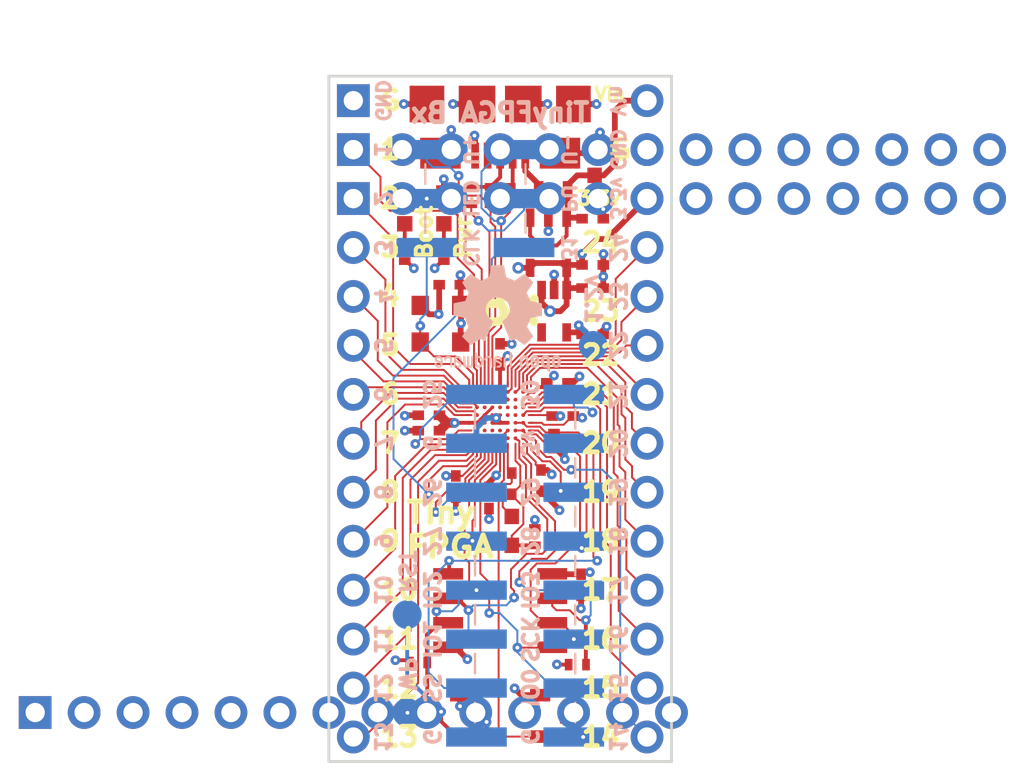
<source format=kicad_pcb>
(kicad_pcb (version 20221018) (generator pcbnew)
  (layers (0 "F.Cu" signal) (1 "In1.Cu" power) (2 "In2.Cu" power) (31 "B.Cu" signal) (34 "B.Paste" user) (35 "F.Paste" user) (36 "B.SilkS" user "B.Silkscreen") (37 "F.SilkS" user "F.Silkscreen") (38 "B.Mask" user) (39 "F.Mask" user) (44 "Edge.Cuts" user))
  (net 0 "")
  (net 1 "CDONE")
  (net 2 "VPP_FAST")
  (net 3 "224")
  (net 4 "221")
  (net 5 "185")
  (net 6 "174")
  (net 7 "116")
  (net 8 "3A")
  (net 9 "3B")
  (net 10 "148")
  (net 11 "10A")
  (net 12 "212")
  (net 13 "115")
  (net 14 "119")
  (net 15 "10B")
  (net 16 "24B")
  (net 17 "26A")
  (net 18 "24A")
  (net 19 "81_GBIN5")
  (net 20 "54")
  (net 21 "26B")
  (net 22 "55")
  (net 23 "177")
  (net 24 "Net-(J3-Pad1)")
  (net 25 "Net-(J3-Pad2)")
  (net 26 "Net-(J3-Pad3)")
  (net 27 "Net-(J3-Pad4)")
  (net 28 "Net-(U4-Pad4)")
  (net 29 "+5V")
  (net 30 "CLK")
  (net 31 "+1V2")
  (net 32 "SCK")
  (net 33 "CRESET_B")
  (net 34 "SDI")
  (net 35 "SS")
  (net 36 "GND")
  (net 37 "+3V3")
  (net 38 "SDO")
  (net 39 "USB_P")
  (net 40 "USB_N")
  (net 41 "Net-(C6-Pad1)")
  (net 42 "Net-(C6-Pad2)")
  (net 43 "Net-(U1-PadF3)")
  (net 44 "Net-(U1-PadC3)")
  (net 45 "Net-(U1-PadC4)")
  (net 46 "Net-(U1-PadC5)")
  (net 47 "Net-(U1-PadD3)")
  (net 48 "Net-(U1-PadD7)")
  (net 49 "Net-(U1-PadE7)")
  (net 50 "USB_PU")
  (net 51 "2A")
  (net 52 "13A")
  (net 53 "183")
  (net 54 "7A")
  (net 55 "180")
  (net 56 "170")
  (net 57 "141")
  (net 58 "111")
  (net 59 "LED")
  (net 60 "140")
  (net 61 "110")
  (net 62 "57")
  (net 63 "112")
  (net 64 "70")
  (net 65 "109")
  (net 66 "Net-(D1-Pad1)")
  (net 67 "Net-(D2-Pad1)")
  (net 68 "82")
  (net 69 "Net-(U1-PadG5)")
  (net 70 "56")
  (footprint "tinyfpga:CM81" (layer "F.Cu") (at 151.13 114.114)
    (fp_text reference "U1")
    (fp_text value "iCE40-LP8K-CM81")
  )
  (footprint "Pin_Headers:Pin_Header_Straight_1x14_Pitch2.54mm" (layer "F.Cu") (at 143.516 97.7991)
    (fp_text reference "J1" hide)
    (fp_text value "CONN_01X14" hide)
  )
  (footprint "Pin_Headers:Pin_Header_Straight_1x14_Pitch2.54mm" (layer "F.Cu") (at 158.756 97.7991)
    (fp_text reference "J2" hide)
    (fp_text value "CONN_01X14" hide)
  )
  (footprint "Connectors_Molex:USB_Micro-B_Molex_47346-0001" (layer "F.Cu") (at 151.136 97.9731 180)
    (fp_text reference "J3")
    (fp_text value "USB_OTG")
  )
  (footprint "tinyfpga:PTS_810_SMT_Switch" (layer "F.Cu") (at 151.136 129.7231)
    (fp_text reference "SW1")
    (fp_text value "SW_Push" hide)
  )
  (footprint "tinyfpga:SC-70-C5" (layer "F.Cu") (at 153.636 105.1731)
    (fp_text reference "U2")
    (fp_text value "MIC5504-3.3YM5-TR")
  )
  (footprint "tinyfpga:CDFN3225-4LD-PL-1" (layer "F.Cu") (at 148.039614 109.364854 180)
    (fp_text reference "U3")
    (fp_text value "DSC6001CI2A-016.0000T")
  )
  (footprint "tinyfpga:SC-70-C5" (layer "F.Cu") (at 153.936 108.7231)
    (fp_text reference "U4")
    (fp_text value "MIC5365-1.2YC5-TR")
  )
  (footprint "Housings_SOIC:SOIC-8_3.9x4.9mm_Pitch1.27mm" (layer "F.Cu") (at 151.136 124.2581)
    (fp_text reference "U5")
    (fp_text value "AT25SF081-SSHD-B")
  )
  (footprint "Capacitors_SMD:C_0402_NoSilk" (layer "F.Cu") (at 155.936 103.9231)
    (fp_text reference "C1")
    (fp_text value "1uF")
  )
  (footprint "Capacitors_SMD:C_0402_NoSilk" (layer "F.Cu") (at 155.936 107.5231)
    (fp_text reference "C2")
    (fp_text value "1uF")
  )
  (footprint "Capacitors_SMD:C_0402_NoSilk" (layer "F.Cu") (at 155.936 109.9231)
    (fp_text reference "C3")
    (fp_text value "1uF")
  )
  (footprint "Capacitors_SMD:C_0402_NoSilk" (layer "F.Cu") (at 155.936 106.3231)
    (fp_text reference "C4")
    (fp_text value "1uF")
  )
  (footprint "Inductors_SMD:L_0603" (layer "F.Cu") (at 153.886 102.4231 180)
    (fp_text reference "L1")
    (fp_text value "Bead")
  )
  (footprint "Resistors_SMD:R_0402_NoSilk" (layer "F.Cu") (at 149.636 102.7231 -90)
    (fp_text reference "R1")
    (fp_text value "1.5k")
  )
  (footprint "Resistors_SMD:R_0402_NoSilk" (layer "F.Cu") (at 150.636 102.7231 90)
    (fp_text reference "R2")
    (fp_text value "68")
  )
  (footprint "Resistors_SMD:R_0402_NoSilk" (layer "F.Cu") (at 151.636 102.7231 90)
    (fp_text reference "R3")
    (fp_text value "68")
  )
  (footprint "Capacitors_SMD:C_0402_NoSilk" (layer "F.Cu") (at 155.336 122.9231 -90)
    (fp_text reference "C5")
    (fp_text value "100nF")
  )
  (footprint "Capacitors_SMD:C_0603" (layer "F.Cu") (at 151.736 120.1231 -90)
    (fp_text reference "C6")
    (fp_text value "10uF")
  )
  (footprint "Capacitors_SMD:C_0402_NoSilk" (layer "F.Cu") (at 151.736 117.6731 -90)
    (fp_text reference "C7")
    (fp_text value "100nF")
  )
  (footprint "Capacitors_SMD:C_0402_NoSilk" (layer "F.Cu") (at 148.836 117.8231 -90)
    (fp_text reference "C8")
    (fp_text value "100nF")
  )
  (footprint "Resistors_SMD:R_0402_NoSilk" (layer "F.Cu") (at 152.936 120.4231 90)
    (fp_text reference "R4")
    (fp_text value "100")
  )
  (footprint "Capacitors_SMD:C_0402_NoSilk" (layer "F.Cu") (at 153.255 117.514 -90)
    (fp_text reference "C9")
    (fp_text value "100nF")
  )
  (footprint "Capacitors_SMD:C_0402_NoSilk" (layer "F.Cu") (at 148.5198 107.3495 180)
    (fp_text reference "C10")
    (fp_text value "100nF")
  )
  (footprint "Capacitors_SMD:C_0402_NoSilk" (layer "F.Cu") (at 147.436 114.1231 180)
    (fp_text reference "C11")
    (fp_text value "100nF")
  )
  (footprint "Capacitors_SMD:C_0402_NoSilk" (layer "F.Cu") (at 147.436 114.9231 180)
    (fp_text reference "C12")
    (fp_text value "10nF")
  )
  (footprint "Capacitors_SMD:C_0402_NoSilk" (layer "F.Cu") (at 154.38 114.164)
    (fp_text reference "C13")
    (fp_text value "10nF")
  )
  (footprint "Capacitors_SMD:C_0402_NoSilk" (layer "F.Cu") (at 154.105 112.439)
    (fp_text reference "C14")
    (fp_text value "10nF")
  )
  (footprint "Capacitors_SMD:C_0402_NoSilk" (layer "F.Cu") (at 151.13 110.964 90)
    (fp_text reference "C15")
    (fp_text value "10nF")
  )
  (footprint "Resistors_SMD:R_0402_NoSilk" (layer "F.Cu") (at 153.93 115.464 90)
    (fp_text reference "R5")
    (fp_text value "10k")
  )
  (footprint "Capacitors_SMD:C_0402_NoSilk" (layer "F.Cu") (at 150.555 118.414 -90)
    (fp_text reference "C16")
    (fp_text value "100nF")
  )
  (footprint "Resistors_SMD:R_0402" (layer "F.Cu") (at 154.536 130.3731 -90)
    (fp_text reference "R6")
    (fp_text value "R")
  )
  (footprint "Capacitors_SMD:C_0603" (layer "F.Cu") (at 156.036 100.9231 90)
    (fp_text reference "C17")
    (fp_text value "10uF")
  )
  (footprint "Resistors_SMD:R_0402_NoSilk" (layer "F.Cu") (at 146.9 126.954)
    (fp_text reference "R7")
    (fp_text value "10k")
  )
  (footprint "LEDs:LED_0603" (layer "F.Cu") (at 148.215 103.3871 90)
    (fp_text reference "D1" hide)
    (fp_text value "LED_Small")
  )
  (footprint "LEDs:LED_0603" (layer "F.Cu") (at 146.183 103.3871 90)
    (fp_text reference "D2" hide)
    (fp_text value "LED_Small")
  )
  (footprint "Resistors_SMD:R_0402_NoSilk" (layer "F.Cu") (at 148.215 105.6731 -90)
    (fp_text reference "R8" hide)
    (fp_text value "270")
  )
  (footprint "Resistors_SMD:R_0402_NoSilk" (layer "F.Cu") (at 146.183 105.6731 -90)
    (fp_text reference "R9" hide)
    (fp_text value "270")
  )
  (footprint "Resistors_SMD:R_0402_NoSilk" (layer "F.Cu") (at 155.14 127.064)
    (fp_text reference "R10" hide)
    (fp_text value "10k")
  )
  (footprint "Pin_Headers:Pin_Header_Straight_1x14_Pitch2.54mm" (layer "F.Cu") (at 127.006 129.5491 90)
    (fp_text reference "J1" hide)
    (fp_text value "CONN_01X14" hide)
  )
  (footprint "Pin_Headers:Pin_Header_Straight_1x14_Pitch2.54mm" (layer "F.Cu") (at 143.516 100.3391 90)
    (fp_text reference "J1" hide)
    (fp_text value "CONN_01X14" hide)
  )
  (footprint "Pin_Headers:Pin_Header_Straight_1x14_Pitch2.54mm" (layer "F.Cu") (at 143.516 102.8791 90)
    (fp_text reference "J1" hide)
    (fp_text value "CONN_01X14" hide)
  )
  (footprint "Measurement_Points:Measurement_Point_Round-SMD-Pad_Small" (layer "B.Cu") (at 146.31 129.5491)
    (fp_text reference "TP1")
    (fp_text value "TEST")
  )
  (footprint "Measurement_Points:Measurement_Point_Round-SMD-Pad_Small" (layer "B.Cu") (at 146.31 124.4691)
    (fp_text reference "TP2")
    (fp_text value "TEST")
  )
  (footprint "Pin_Headers:Pin_Header_Straight_2x08_Pitch2.54mm_SMD" (layer "B.Cu") (at 152.431 121.9291 180)
    (fp_text reference "J4" hide)
    (fp_text value "Conn_02x08_Odd_Even" hide)
  )
  (footprint "Pin_Headers:Pin_Header_Straight_2x03_Pitch2.54mm_SMD" (layer "B.Cu") (at 149.851 102.8791)
    (fp_text reference "J5" hide)
    (fp_text value "Conn_02x03_Odd_Even")
  )
  (footprint "Symbols:OSHW-Logo2_7.3x6mm_SilkScreen" (layer "B.Cu") (at 151.009 109.1021 180)
    (fp_text reference "REF***" hide)
    (fp_text value "OSHW-Logo2_7.3x6mm_SilkScreen" hide)
  )
  (footprint "Measurement_Points:Measurement_Point_Round-SMD-Pad_Small" (layer "B.Cu") (at 155.962 110.4991)
    (fp_text reference "TP3" hide)
    (fp_text value "TEST")
  )
  (gr_line (start 142.246 96.5291) (end 160.026 96.5291) (stroke (width 0.15)) (layer "Edge.Cuts"))
  (gr_line (start 160.026 132.0891) (end 142.246 132.0891) (stroke (width 0.15)) (layer "Edge.Cuts"))
  (gr_line (start 142.246 132.0891) (end 142.246 96.5291) (stroke (width 0.15)) (layer "Edge.Cuts"))
  (gr_line (start 160.026 96.5291) (end 160.026 132.0891) (stroke (width 0.15)) (layer "Edge.Cuts"))
  (gr_text "14" (at 157.232 130.8191 270) (layer "B.SilkS") (effects (font (size 0.8 0.8) (thickness 0.2)) (justify mirror)))
  (gr_text "15" (at 157.232 128.2791 270) (layer "B.SilkS") (effects (font (size 0.8 0.8) (thickness 0.2)) (justify mirror)))
  (gr_text "16" (at 157.232 125.7391 270) (layer "B.SilkS") (effects (font (size 0.8 0.8) (thickness 0.2)) (justify mirror)))
  (gr_text "17" (at 157.232 123.1991 270) (layer "B.SilkS") (effects (font (size 0.8 0.8) (thickness 0.2)) (justify mirror)))
  (gr_text "18" (at 157.232 120.6591 270) (layer "B.SilkS") (effects (font (size 0.8 0.8) (thickness 0.2)) (justify mirror)))
  (gr_text "19" (at 157.232 118.1191 270) (layer "B.SilkS") (effects (font (size 0.8 0.8) (thickness 0.2)) (justify mirror)))
  (gr_text "20" (at 157.232 115.5791 270) (layer "B.SilkS") (effects (font (size 0.8 0.8) (thickness 0.2)) (justify mirror)))
  (gr_text "21" (at 157.232 113.0391 270) (layer "B.SilkS") (effects (font (size 0.8 0.8) (thickness 0.2)) (justify mirror)))
  (gr_text "22" (at 157.232 110.4991 270) (layer "B.SilkS") (effects (font (size 0.8 0.8) (thickness 0.2)) (justify mirror)))
  (gr_text "23" (at 157.232 107.9591 270) (layer "B.SilkS") (effects (font (size 0.8 0.8) (thickness 0.2)) (justify mirror)))
  (gr_text "24" (at 157.232 105.4191 270) (layer "B.SilkS") (effects (font (size 0.8 0.8) (thickness 0.2)) (justify mirror)))
  (gr_text "13" (at 145.04 130.8191 270) (layer "B.SilkS") (effects (font (size 0.8 0.8) (thickness 0.2)) (justify mirror)))
  (gr_text "12" (at 145.04 128.2791 270) (layer "B.SilkS") (effects (font (size 0.8 0.8) (thickness 0.2)) (justify mirror)))
  (gr_text "11" (at 145.04 125.7391 270) (layer "B.SilkS") (effects (font (size 0.8 0.8) (thickness 0.2)) (justify mirror)))
  (gr_text "10" (at 145.04 123.1991 270) (layer "B.SilkS") (effects (font (size 0.8 0.8) (thickness 0.2)) (justify mirror)))
  (gr_text "9" (at 145.04 120.6591 270) (layer "B.SilkS") (effects (font (size 0.8 0.8) (thickness 0.2)) (justify mirror)))
  (gr_text "8" (at 145.04 118.1191 270) (layer "B.SilkS") (effects (font (size 0.8 0.8) (thickness 0.2)) (justify mirror)))
  (gr_text "7" (at 145.04 115.5791 270) (layer "B.SilkS") (effects (font (size 0.8 0.8) (thickness 0.2)) (justify mirror)))
  (gr_text "6" (at 145.04 113.0391 270) (layer "B.SilkS") (effects (font (size 0.8 0.8) (thickness 0.2)) (justify mirror)))
  (gr_text "5" (at 145.04 110.4991 270) (layer "B.SilkS") (effects (font (size 0.8 0.8) (thickness 0.2)) (justify mirror)))
  (gr_text "4" (at 145.04 107.9591 270) (layer "B.SilkS") (effects (font (size 0.8 0.8) (thickness 0.2)) (justify mirror)))
  (gr_text "3" (at 145.04 105.4191 270) (layer "B.SilkS") (effects (font (size 0.8 0.8) (thickness 0.2)) (justify mirror)))
  (gr_text "2" (at 145.04 102.8791 270) (layer "B.SilkS") (effects (font (size 0.8 0.8) (thickness 0.2)) (justify mirror)))
  (gr_text "1" (at 145.04 100.3391 270) (layer "B.SilkS") (effects (font (size 0.8 0.8) (thickness 0.2)) (justify mirror)))
  (gr_text "25" (at 147.58 113.0391 270) (layer "B.SilkS") (effects (font (size 0.8 0.8) (thickness 0.2)) (justify mirror)))
  (gr_text "26" (at 147.58 118.1191 270) (layer "B.SilkS") (effects (font (size 0.8 0.8) (thickness 0.2)) (justify mirror)))
  (gr_text "27" (at 147.58 120.6591 270) (layer "B.SilkS") (effects (font (size 0.8 0.8) (thickness 0.2)) (justify mirror)))
  (gr_text "IO2" (at 147.58 123.1991 270) (layer "B.SilkS") (effects (font (size 0.8 0.8) (thickness 0.2)) (justify mirror)))
  (gr_text "IO1" (at 147.58 125.7391 270) (layer "B.SilkS") (effects (font (size 0.8 0.8) (thickness 0.2)) (justify mirror)))
  (gr_text "SS" (at 147.58 128.2791 270) (layer "B.SilkS") (effects (font (size 0.8 0.8) (thickness 0.2)) (justify mirror)))
  (gr_text "3v" (at 152.66 115.5791 270) (layer "B.SilkS") (effects (font (size 0.8 0.8) (thickness 0.2)) (justify mirror)))
  (gr_text "G" (at 147.58 130.8191 270) (layer "B.SilkS") (effects (font (size 0.8 0.8) (thickness 0.2)) (justify mirror)))
  (gr_text "G" (at 152.66 130.8191 270) (layer "B.SilkS") (effects (font (size 0.8 0.8) (thickness 0.2)) (justify mirror)))
  (gr_text "SCK" (at 152.66 125.7391 270) (layer "B.SilkS") (effects (font (size 0.8 0.8) (thickness 0.2)) (justify mirror)))
  (gr_text "IO3" (at 152.66 123.1991 270) (layer "B.SilkS") (effects (font (size 0.8 0.8) (thickness 0.2)) (justify mirror)))
  (gr_text "28" (at 152.66 120.6591 270) (layer "B.SilkS") (effects (font (size 0.8 0.8) (thickness 0.2)) (justify mirror)))
  (gr_text "29" (at 152.66 118.1191 270) (layer "B.SilkS") (effects (font (size 0.8 0.8) (thickness 0.2)) (justify mirror)))
  (gr_text "30" (at 152.66 113.0391 270) (layer "B.SilkS") (effects (font (size 0.8 0.8) (thickness 0.2)) (justify mirror)))
  (gr_text "3.3v" (at 157.232 102.8791 270) (layer "B.SilkS") (effects (font (size 0.7 0.7) (thickness 0.175)) (justify mirror)))
  (gr_text "GND" (at 157.232 100.3391 270) (layer "B.SilkS") (effects (font (size 0.7 0.7) (thickness 0.175)) (justify mirror)))
  (gr_text "Vin" (at 157.232 97.7991 270) (layer "B.SilkS") (effects (font (size 0.7 0.7) (thickness 0.175)) (justify mirror)))
  (gr_text "GND" (at 145.04 97.7991 270) (layer "B.SilkS") (effects (font (size 0.7 0.7) (thickness 0.175)) (justify mirror)))
  (gr_text "U+" (at 149.612 100.3391 270) (layer "B.SilkS") (effects (font (size 0.7 0.7) (thickness 0.175)) (justify mirror)))
  (gr_text "LED" (at 149.612 102.8791 270) (layer "B.SilkS") (effects (font (size 0.7 0.7) (thickness 0.175)) (justify mirror)))
  (gr_text "U-" (at 154.692 100.3391 270) (layer "B.SilkS") (effects (font (size 0.7 0.7) (thickness 0.175)) (justify mirror)))
  (gr_text "PU" (at 154.692 102.8791 270) (layer "B.SilkS") (effects (font (size 0.7 0.7) (thickness 0.175)) (justify mirror)))
  (gr_text "TinyFPGA Bx" (at 151.13 98.439) (layer "B.SilkS") (effects (font (size 1 1) (thickness 0.25)) (justify mirror)))
  (gr_text "WP" (at 146.31 128.5331 270) (layer "B.SilkS") (effects (font (size 0.8 0.8) (thickness 0.2)) (justify left mirror)))
  (gr_text "RST" (at 146.31 123.4531 270) (layer "B.SilkS") (effects (font (size 0.8 0.8) (thickness 0.2)) (justify left mirror)))
  (gr_text "1.2v" (at 155.962 109.4831 270) (layer "B.SilkS") (effects (font (size 0.8 0.8) (thickness 0.2)) (justify left mirror)))
  (gr_text "CLK" (at 149.612 105.4191 270) (layer "B.SilkS") (effects (font (size 0.7 0.7) (thickness 0.175)) (justify mirror)))
  (gr_text "31" (at 154.692 105.4191 270) (layer "B.SilkS") (effects (font (size 0.7 0.7) (thickness 0.175)) (justify mirror)))
  (gr_text "G" (at 147.58 115.5791 270) (layer "B.SilkS") (effects (font (size 0.8 0.8) (thickness 0.2)) (justify mirror)))
  (gr_text "IO0" (at 152.655 128.2791 270) (layer "B.SilkS") (effects (font (size 0.8 0.8) (thickness 0.2)) (justify mirror)))
  (gr_text "1" (at 144.78 100.33) (layer "F.SilkS") (effects (font (size 1 1) (thickness 0.25)) (justify left)))
  (gr_text "2" (at 144.78 102.87) (layer "F.SilkS") (effects (font (size 1 1) (thickness 0.25)) (justify left)))
  (gr_text "3" (at 144.78 105.41) (layer "F.SilkS") (effects (font (size 1 1) (thickness 0.25)) (justify left)))
  (gr_text "4" (at 144.78 107.95) (layer "F.SilkS") (effects (font (size 1 1) (thickness 0.25)) (justify left)))
  (gr_text "5" (at 144.78 110.49) (layer "F.SilkS") (effects (font (size 1 1) (thickness 0.25)) (justify left)))
  (gr_text "6" (at 144.78 113.03) (layer "F.SilkS") (effects (font (size 1 1) (thickness 0.25)) (justify left)))
  (gr_text "7" (at 144.78 115.57) (layer "F.SilkS") (effects (font (size 1 1) (thickness 0.25)) (justify left)))
  (gr_text "8" (at 144.78 118.11) (layer "F.SilkS") (effects (font (size 1 1) (thickness 0.25)) (justify left)))
  (gr_text "9" (at 144.78 120.65) (layer "F.SilkS") (effects (font (size 1 1) (thickness 0.25)) (justify left)))
  (gr_text "10" (at 144.78 123.19) (layer "F.SilkS") (effects (font (size 1 1) (thickness 0.25)) (justify left)))
  (gr_text "11" (at 144.78 125.73) (layer "F.SilkS") (effects (font (size 1 1) (thickness 0.25)) (justify left)))
  (gr_text "12" (at 144.78 128.27) (layer "F.SilkS") (effects (font (size 1 1) (thickness 0.25)) (justify left)))
  (gr_text "13" (at 144.78 130.81) (layer "F.SilkS") (effects (font (size 1 1) (thickness 0.25)) (justify left)))
  (gr_text "14" (at 157.48 130.81) (layer "F.SilkS") (effects (font (size 1 1) (thickness 0.25)) (justify right)))
  (gr_text "15" (at 157.48 128.27) (layer "F.SilkS") (effects (font (size 1 1) (thickness 0.25)) (justify right)))
  (gr_text "16" (at 157.48 125.73) (layer "F.SilkS") (effects (font (size 1 1) (thickness 0.25)) (justify right)))
  (gr_text "17" (at 157.48 123.19) (layer "F.SilkS") (effects (font (size 1 1) (thickness 0.25)) (justify right)))
  (gr_text "18" (at 157.48 120.65) (layer "F.SilkS") (effects (font (size 1 1) (thickness 0.25)) (justify right)))
  (gr_text "19" (at 157.48 118.11) (layer "F.SilkS") (effects (font (size 1 1) (thickness 0.25)) (justify right)))
  (gr_text "20" (at 157.48 115.57) (layer "F.SilkS") (effects (font (size 1 1) (thickness 0.25)) (justify right)))
  (gr_text "21" (at 157.48 113.03) (layer "F.SilkS") (effects (font (size 1 1) (thickness 0.25)) (justify right)))
  (gr_text "22" (at 157.48 110.998) (layer "F.SilkS") (effects (font (size 1 1) (thickness 0.25)) (justify right)))
  (gr_text "23" (at 157.48 108.712) (layer "F.SilkS") (effects (font (size 1 1) (thickness 0.25)) (justify right)))
  (gr_text "24" (at 157.48 105.156) (layer "F.SilkS") (effects (font (size 1 1) (thickness 0.25)) (justify right)))
  (gr_text "3.3v" (at 157.48 102.87) (layer "F.SilkS") (effects (font (size 0.7 0.7) (thickness 0.175)) (justify right)))
  (gr_text "Vin" (at 157.73 97.464) (layer "F.SilkS") (effects (font (size 0.7 0.7) (thickness 0.175)) (justify right)))
  (gr_text "Bx" (at 149.606 108.458) (layer "F.SilkS") (effects (font (size 1.8 1.8) (thickness 0.45)) (justify left)))
  (gr_text "Tiny\nFPGA" (at 146.1262 120.0658) (layer "F.SilkS") (effects (font (size 1.1 1.2) (thickness 0.275)) (justify left)))
  (gr_text "G" (at 156.718 100.33) (layer "F.SilkS") (effects (font (size 1 1) (thickness 0.25)) (justify left)))
  (gr_text "Boot" (at 147.193 106.1085 90) (layer "F.SilkS") (effects (font (size 0.8 0.8) (thickness 0.2)) (justify left)))
  (gr_text "Pwr" (at 149.225 106.1085 90) (layer "F.SilkS") (effects (font (size 0.8 0.8) (thickness 0.2)) (justify left)))
  (gr_text "G" (at 144.78 97.79) (layer "F.SilkS") (effects (font (size 1 1) (thickness 0.25)) (justify left)))
  (segment (start 149.53 112.289) (end 148.703359 111.462359) (width 0.1) (layer "F.Cu") (net 3))
  (segment (start 145.58136 104.94446) (end 143.516 102.8791) (width 0.1) (layer "F.Cu") (net 3))
  (segment (start 145.58136 110.574177) (end 145.58136 104.94446) (width 0.1) (layer "F.Cu") (net 3))
  (segment (start 146.469542 111.462359) (end 145.58136 110.574177) (width 0.1) (layer "F.Cu") (net 3))
  (segment (start 149.53 112.514) (end 149.53 112.289) (width 0.1) (layer "F.Cu") (net 3))
  (segment (start 148.703359 111.462359) (end 146.469542 111.462359) (width 0.1) (layer "F.Cu") (net 3))
  (segment (start 149.78 106.826139) (end 148.93 105.976139) (width 0.1) (layer "F.Cu") (net 4))
  (segment (start 148.93 103.744) (end 148.94 103.734) (width 0.1) (layer "F.Cu") (net 4))
  (segment (start 148.93 105.976139) (end 148.93 103.744) (width 0.1) (layer "F.Cu") (net 4))
  (segment (start 149.93 112.514) (end 149.93 111.794) (width 0.1) (layer "F.Cu") (net 4))
  (segment (start 144.365999 101.189099) (end 143.516 100.3391) (width 0.1) (layer "F.Cu") (net 4))
  (segment (start 149.78 111.644) (end 149.78 106.826139) (width 0.1) (layer "F.Cu") (net 4))
  (segment (start 144.926711 103.020711) (end 144.926711 101.749811) (width 0.1) (layer "F.Cu") (net 4))
  (segment (start 148.94 103.734) (end 148.893009 103.734) (width 0.1) (layer "F.Cu") (net 4))
  (segment (start 148.673009 103.514) (end 145.42 103.514) (width 0.1) (layer "F.Cu") (net 4))
  (segment (start 145.42 103.514) (end 144.926711 103.020711) (width 0.1) (layer "F.Cu") (net 4))
  (segment (start 149.93 111.794) (end 149.78 111.644) (width 0.1) (layer "F.Cu") (net 4))
  (segment (start 148.893009 103.734) (end 148.673009 103.514) (width 0.1) (layer "F.Cu") (net 4))
  (segment (start 144.926711 101.749811) (end 144.365999 101.189099) (width 0.1) (layer "F.Cu") (net 4))
  (segment (start 156.73 110.464) (end 157.13 110.064) (width 0.1) (layer "F.Cu") (net 5))
  (segment (start 151.53 111.603684) (end 152.669684 110.464) (width 0.1) (layer "F.Cu") (net 5))
  (segment (start 157.13 107.0451) (end 158.756 105.4191) (width 0.1) (layer "F.Cu") (net 5))
  (segment (start 151.53 112.514) (end 151.53 111.603684) (width 0.1) (layer "F.Cu") (net 5))
  (segment (start 157.13 110.064) (end 157.13 107.0451) (width 0.1) (layer "F.Cu") (net 5))
  (segment (start 152.669684 110.464) (end 156.73 110.464) (width 0.1) (layer "F.Cu") (net 5))
  (segment (start 157.972122 114.801392) (end 158.74983 115.5791) (width 0.1) (layer "F.Cu") (net 6))
  (segment (start 157.63 113.67824) (end 157.972122 114.020362) (width 0.1) (layer "F.Cu") (net 6))
  (segment (start 158.74983 115.5791) (end 158.756 115.5791) (width 0.1) (layer "F.Cu") (net 6))
  (segment (start 157.63 112.410281) (end 157.63 113.67824) (width 0.1) (layer "F.Cu") (net 6))
  (segment (start 156.483719 111.264) (end 157.63 112.410281) (width 0.1) (layer "F.Cu") (net 6))
  (segment (start 152.33 111.943524) (end 153.009524 111.264) (width 0.1) (layer "F.Cu") (net 6))
  (segment (start 152.33 112.514) (end 152.33 111.943524) (width 0.1) (layer "F.Cu") (net 6))
  (segment (start 157.972122 114.020362) (end 157.972122 114.801392) (width 0.1) (layer "F.Cu") (net 6))
  (segment (start 153.009524 111.264) (end 156.483719 111.264) (width 0.1) (layer "F.Cu") (net 6))
  (segment (start 152.73 112.139) (end 153.205 111.664) (width 0.1) (layer "F.Cu") (net 7))
  (segment (start 157.33 114.704) (end 157.33 116.777256) (width 0.1) (layer "F.Cu") (net 7))
  (segment (start 153.205 111.664) (end 155.654881 111.664) (width 0.1) (layer "F.Cu") (net 7))
  (segment (start 152.73 112.514) (end 152.73 112.139) (width 0.1) (layer "F.Cu") (net 7))
  (segment (start 157.63 117.077256) (end 157.63 119.535753) (width 0.1) (layer "F.Cu") (net 7))
  (segment (start 157.23 114.604) (end 157.33 114.704) (width 0.1) (layer "F.Cu") (net 7))
  (segment (start 157.63 119.535753) (end 158.753347 120.6591) (width 0.1) (layer "F.Cu") (net 7))
  (segment (start 157.23 113.239119) (end 157.23 114.604) (width 0.1) (layer "F.Cu") (net 7))
  (segment (start 158.753347 120.6591) (end 158.756 120.6591) (width 0.1) (layer "F.Cu") (net 7))
  (segment (start 155.654881 111.664) (end 157.23 113.239119) (width 0.1) (layer "F.Cu") (net 7))
  (segment (start 157.33 116.777256) (end 157.63 117.077256) (width 0.1) (layer "F.Cu") (net 7))
  (segment (start 146.066922 111.766448) (end 145.180973 110.880499) (width 0.1) (layer "F.Cu") (net 8))
  (segment (start 145.180973 110.880499) (end 145.180973 107.084073) (width 0.1) (layer "F.Cu") (net 8))
  (segment (start 148.207448 111.766448) (end 146.066922 111.766448) (width 0.1) (layer "F.Cu") (net 8))
  (segment (start 149.53 112.914) (end 149.355 112.914) (width 0.1) (layer "F.Cu") (net 8))
  (segment (start 149.355 112.914) (end 148.207448 111.766448) (width 0.1) (layer "F.Cu") (net 8))
  (segment (start 145.180973 107.084073) (end 143.516 105.4191) (width 0.1) (layer "F.Cu") (net 8))
  (segment (start 143.516 110.798478) (end 143.516 110.4991) (width 0.1) (layer "F.Cu") (net 9))
  (segment (start 148.20668 112.36568) (end 145.083202 112.36568) (width 0.1) (layer "F.Cu") (net 9))
  (segment (start 149.53 113.314) (end 149.155 113.314) (width 0.1) (layer "F.Cu") (net 9))
  (segment (start 145.083202 112.36568) (end 143.516 110.798478) (width 0.1) (layer "F.Cu") (net 9))
  (segment (start 149.155 113.314) (end 148.20668 112.36568) (width 0.1) (layer "F.Cu") (net 9))
  (segment (start 157.03 113.585174) (end 157.03 117.114) (width 0.1) (layer "F.Cu") (net 10))
  (segment (start 157.684085 120.308085) (end 157.684085 122.127185) (width 0.1) (layer "F.Cu") (net 10))
  (segment (start 157.23 117.314) (end 157.23 119.854) (width 0.1) (layer "F.Cu") (net 10))
  (segment (start 152.73 113.314) (end 152.92949 113.314) (width 0.1) (layer "F.Cu") (net 10))
  (segment (start 157.03 117.114) (end 157.23 117.314) (width 0.1) (layer "F.Cu") (net 10))
  (segment (start 153.3047 112.93879) (end 156.383616 112.93879) (width 0.1) (layer "F.Cu") (net 10))
  (segment (start 157.684085 122.127185) (end 158.756 123.1991) (width 0.1) (layer "F.Cu") (net 10))
  (segment (start 157.23 119.854) (end 157.684085 120.308085) (width 0.1) (layer "F.Cu") (net 10))
  (segment (start 152.92949 113.314) (end 153.3047 112.93879) (width 0.1) (layer "F.Cu") (net 10))
  (segment (start 156.383616 112.93879) (end 157.03 113.585174) (width 0.1) (layer "F.Cu") (net 10))
  (segment (start 148.955 113.714) (end 148.205912 112.964912) (width 0.1) (layer "F.Cu") (net 11))
  (segment (start 148.205912 112.964912) (end 145.432068 112.964912) (width 0.1) (layer "F.Cu") (net 11))
  (segment (start 143.926473 115.168627) (end 143.516 115.5791) (width 0.1) (layer "F.Cu") (net 11))
  (segment (start 145.432068 112.964912) (end 143.926473 114.470507) (width 0.1) (layer "F.Cu") (net 11))
  (segment (start 149.53 113.714) (end 148.955 113.714) (width 0.1) (layer "F.Cu") (net 11))
  (segment (start 143.926473 114.470507) (end 143.926473 115.168627) (width 0.1) (layer "F.Cu") (net 11))
  (segment (start 156.87399 120.986095) (end 156.87399 126.39709) (width 0.1) (layer "F.Cu") (net 14))
  (segment (start 156.87399 126.39709) (end 158.756 128.2791) (width 0.1) (layer "F.Cu") (net 14))
  (segment (start 156.324825 113.805518) (end 156.324825 120.43693) (width 0.1) (layer "F.Cu") (net 14))
  (segment (start 155.909184 113.389877) (end 156.324825 113.805518) (width 0.1) (layer "F.Cu") (net 14))
  (segment (start 153.131491 113.714) (end 153.455614 113.389877) (width 0.1) (layer "F.Cu") (net 14))
  (segment (start 156.324825 120.43693) (end 156.87399 120.986095) (width 0.1) (layer "F.Cu") (net 14))
  (segment (start 152.73 113.714) (end 153.131491 113.714) (width 0.1) (layer "F.Cu") (net 14))
  (segment (start 153.455614 113.389877) (end 155.909184 113.389877) (width 0.1) (layer "F.Cu") (net 14))
  (segment (start 148.213783 113.564145) (end 146.204855 113.564145) (width 0.1) (layer "F.Cu") (net 15))
  (segment (start 146.204855 113.564145) (end 145.282318 114.486682) (width 0.1) (layer "F.Cu") (net 15))
  (segment (start 148.763638 114.114) (end 148.213783 113.564145) (width 0.1) (layer "F.Cu") (net 15))
  (segment (start 145.282318 114.486682) (end 145.282318 118.892782) (width 0.1) (layer "F.Cu") (net 15))
  (segment (start 145.282318 118.892782) (end 143.516 120.6591) (width 0.1) (layer "F.Cu") (net 15))
  (segment (start 149.53 114.114) (end 148.763638 114.114) (width 0.1) (layer "F.Cu") (net 15))
  (segment (start 148.530432 115.36067) (end 146.98333 115.36067) (width 0.1) (layer "F.Cu") (net 16))
  (segment (start 146.98333 115.36067) (end 146.73 115.614) (width 0.1) (layer "F.Cu") (net 16))
  (segment (start 149.5801 114.914) (end 149.581 114.9131) (width 0.1) (layer "F.Cu") (net 16))
  (segment (start 149.53 114.914) (end 149.5801 114.914) (width 0.1) (layer "F.Cu") (net 16))
  (segment (start 149.53 114.914) (end 148.977102 114.914) (width 0.1) (layer "F.Cu") (net 16))
  (segment (start 148.977102 114.914) (end 148.530432 115.36067) (width 0.1) (layer "F.Cu") (net 16))
  (via (at 146.73 115.614) (size 0.5) (drill 0.2) (layers "F.Cu" "B.Cu") (net 16))
  (segment (start 148.831 113.0391) (end 149.906 113.0391) (width 0.1) (layer "B.Cu") (net 16))
  (segment (start 146.979999 114.890101) (end 148.831 113.0391) (width 0.1) (layer "B.Cu") (net 16))
  (segment (start 146.73 115.614) (end 146.979999 115.364001) (width 0.1) (layer "B.Cu") (net 16))
  (segment (start 146.979999 115.364001) (end 146.979999 114.890101) (width 0.1) (layer "B.Cu") (net 16))
  (segment (start 147.321811 115.635318) (end 145.686496 117.270633) (width 0.1) (layer "F.Cu") (net 17))
  (segment (start 149.755 115.114) (end 149.129885 115.114) (width 0.1) (layer "F.Cu") (net 17))
  (segment (start 149.93 114.914) (end 149.93 114.939) (width 0.1) (layer "F.Cu") (net 17))
  (segment (start 149.129885 115.114) (end 148.608567 115.635318) (width 0.1) (layer "F.Cu") (net 17))
  (segment (start 145.686496 121.028604) (end 143.516 123.1991) (width 0.1) (layer "F.Cu") (net 17))
  (segment (start 149.93 114.939) (end 149.755 115.114) (width 0.1) (layer "F.Cu") (net 17))
  (segment (start 148.608567 115.635318) (end 147.321811 115.635318) (width 0.1) (layer "F.Cu") (net 17))
  (segment (start 145.686496 117.270633) (end 145.686496 121.028604) (width 0.1) (layer "F.Cu") (net 17))
  (segment (start 150.33 114.9115) (end 150.3289 114.9104) (width 0.1) (layer "F.Cu") (net 18))
  (segment (start 150.3253 114.914) (end 150.3289 114.9104) (width 0.1) (layer "F.Cu") (net 18))
  (segment (start 149.53 115.314) (end 149.305 115.314) (width 0.1) (layer "F.Cu") (net 20))
  (segment (start 146.079342 123.175758) (end 143.516 125.7391) (width 0.1) (layer "F.Cu") (net 20))
  (segment (start 147.536632 115.91581) (end 146.079342 117.3731) (width 0.1) (layer "F.Cu") (net 20))
  (segment (start 148.70319 115.91581) (end 147.536632 115.91581) (width 0.1) (layer "F.Cu") (net 20))
  (segment (start 146.079342 117.3731) (end 146.079342 123.175758) (width 0.1) (layer "F.Cu") (net 20))
  (segment (start 149.305 115.314) (end 148.70319 115.91581) (width 0.1) (layer "F.Cu") (net 20))
  (segment (start 149.386362 116.482638) (end 147.96043 116.482638) (width 0.1) (layer "F.Cu") (net 21))
  (segment (start 149.73 116.139) (end 149.386362 116.482638) (width 0.1) (layer "F.Cu") (net 21))
  (segment (start 149.93 115.314) (end 149.73 115.514) (width 0.1) (layer "F.Cu") (net 21))
  (segment (start 144.076428 130.8191) (end 143.516 130.8191) (width 0.1) (layer "F.Cu") (net 21))
  (segment (start 147.96043 116.482638) (end 146.876282 117.566786) (width 0.1) (layer "F.Cu") (net 21))
  (segment (start 146.876282 128.019246) (end 144.076428 130.8191) (width 0.1) (layer "F.Cu") (net 21))
  (segment (start 149.73 115.514) (end 149.73 116.139) (width 0.1) (layer "F.Cu") (net 21))
  (segment (start 146.876282 117.566786) (end 146.876282 128.019246) (width 0.1) (layer "F.Cu") (net 21))
  (segment (start 149.53 115.714) (end 149.53 116.039) (width 0.1) (layer "F.Cu") (net 22))
  (segment (start 149.53 116.039) (end 149.375619 116.193381) (width 0.1) (layer "F.Cu") (net 22))
  (segment (start 149.375619 116.193381) (end 147.754374 116.193381) (width 0.1) (layer "F.Cu") (net 22))
  (segment (start 147.754374 116.193381) (end 146.479743 117.468012) (width 0.1) (layer "F.Cu") (net 22))
  (segment (start 146.479743 125.315357) (end 143.516 128.2791) (width 0.1) (layer "F.Cu") (net 22))
  (segment (start 146.479743 117.468012) (end 146.479743 125.315357) (width 0.1) (layer "F.Cu") (net 22))
  (segment (start 151.93 112.514) (end 151.93 111.775141) (width 0.1) (layer "F.Cu") (net 23))
  (segment (start 151.93 111.775141) (end 152.841141 110.864) (width 0.1) (layer "F.Cu") (net 23))
  (segment (start 152.841141 110.864) (end 157.320342 110.864) (width 0.1) (layer "F.Cu") (net 23))
  (segment (start 157.685242 110.4991) (end 158.756 110.4991) (width 0.1) (layer "F.Cu") (net 23))
  (segment (start 157.320342 110.864) (end 157.685242 110.4991) (width 0.1) (layer "F.Cu") (net 23))
  (segment (start 152.436 101.4431) (end 153.136 102.1431) (width 0.3) (layer "F.Cu") (net 24))
  (segment (start 152.436 100.6531) (end 152.436 101.4431) (width 0.3) (layer "F.Cu") (net 24))
  (segment (start 153.136 102.1431) (end 153.136 102.7231) (width 0.3) (layer "F.Cu") (net 24))
  (segment (start 151.786 102.1231) (end 151.636 102.2731) (width 0.2) (layer "F.Cu") (net 25))
  (segment (start 151.786 100.6531) (end 151.786 102.1231) (width 0.2) (layer "F.Cu") (net 25))
  (segment (start 151.136 100.6531) (end 151.136 101.7731) (width 0.2) (layer "F.Cu") (net 26))
  (segment (start 151.136 101.7731) (end 150.636 102.2731) (width 0.2) (layer "F.Cu") (net 26))
  (segment (start 150.636 102.2731) (end 149.636 102.2731) (width 0.2) (layer "F.Cu") (net 26))
  (segment (start 154.586 102.7731) (end 154.636 102.7231) (width 0.1) (layer "F.Cu") (net 29))
  (segment (start 152.686 104.801932) (end 153.195915 105.311847) (width 0.2) (layer "F.Cu") (net 29))
  (segment (start 152.686 103.8731) (end 152.686 104.801932) (width 0.2) (layer "F.Cu") (net 29))
  (segment (start 157.61 97.7991) (end 158.756 97.7991) (width 0.3) (layer "F.Cu") (net 29))
  (segment (start 153.195915 105.311847) (end 154.076717 105.311847) (width 0.2) (layer "F.Cu") (net 29))
  (segment (start 154.076717 105.311847) (end 154.586 104.802564) (width 0.2) (layer "F.Cu") (net 29))
  (segment (start 157.086 98.3231) (end 157.61 97.7991) (width 0.3) (layer "F.Cu") (net 29))
  (segment (start 154.636 102.7231) (end 154.636 102.1731) (width 0.3) (layer "F.Cu") (net 29))
  (segment (start 155.561 101.6731) (end 156.036 101.6731) (width 0.3) (layer "F.Cu") (net 29))
  (segment (start 154.586 103.8731) (end 155.336 103.8731) (width 0.3) (layer "F.Cu") (net 29))
  (segment (start 154.636 103.8231) (end 154.586 103.8731) (width 0.3) (layer "F.Cu") (net 29))
  (segment (start 155.136 101.6731) (end 155.561 101.6731) (width 0.3) (layer "F.Cu") (net 29))
  (segment (start 156.511 101.6731) (end 157.086 101.0981) (width 0.3) (layer "F.Cu") (net 29))
  (segment (start 156.036 101.6731) (end 156.511 101.6731) (width 0.3) (layer "F.Cu") (net 29))
  (segment (start 154.636 102.4231) (end 154.636 103.8231) (width 0.3) (layer "F.Cu") (net 29))
  (segment (start 154.586 104.802564) (end 154.586 103.8731) (width 0.2) (layer "F.Cu") (net 29))
  (segment (start 154.636 102.1731) (end 155.136 101.6731) (width 0.3) (layer "F.Cu") (net 29))
  (segment (start 155.336 103.8731) (end 155.386 103.9231) (width 0.3) (layer "F.Cu") (net 29))
  (segment (start 157.086 101.0981) (end 157.086 98.3231) (width 0.3) (layer "F.Cu") (net 29))
  (segment (start 148.817373 111.068834) (end 149.73 111.981461) (width 0.1) (layer "F.Cu") (net 30))
  (segment (start 149.73 112.714) (end 149.93 112.914) (width 0.1) (layer "F.Cu") (net 30))
  (segment (start 146.986 109.48796) (end 146.9898 109.48416) (width 0.1) (layer "F.Cu") (net 30))
  (segment (start 146.986 110.3231) (end 146.986 110.356631) (width 0.1) (layer "F.Cu") (net 30))
  (segment (start 146.986 110.356631) (end 147.698203 111.068834) (width 0.1) (layer "F.Cu") (net 30))
  (segment (start 146.986 110.3231) (end 146.986 110.2731) (width 0.1) (layer "F.Cu") (net 30))
  (segment (start 146.986 110.3231) (end 146.986 109.48796) (width 0.1) (layer "F.Cu") (net 30))
  (segment (start 149.73 111.981461) (end 149.73 112.714) (width 0.1) (layer "F.Cu") (net 30))
  (segment (start 147.698203 111.068834) (end 148.817373 111.068834) (width 0.1) (layer "F.Cu") (net 30))
  (via (at 146.9898 109.48416) (size 0.5) (drill 0.2) (layers "F.Cu" "B.Cu") (net 30))
  (segment (start 146.9898 109.48416) (end 146.9898 109.130607) (width 0.1) (layer "B.Cu") (net 30))
  (segment (start 146.9898 109.130607) (end 147.326 108.794407) (width 0.1) (layer "B.Cu") (net 30))
  (segment (start 147.326 108.794407) (end 147.326 105.4191) (width 0.1) (layer "B.Cu") (net 30))
  (segment (start 149.93 114.514) (end 149.53 114.514) (width 0.2) (layer "F.Cu") (net 31))
  (segment (start 155.386 109.9231) (end 155.48228 109.9231) (width 0.1) (layer "F.Cu") (net 31))
  (segment (start 148.7851 114.514) (end 148.776 114.5231) (width 0.2) (layer "F.Cu") (net 31))
  (segment (start 149.53 114.514) (end 148.7851 114.514) (width 0.2) (layer "F.Cu") (net 31))
  (segment (start 154.256679 114.164543) (end 154.256136 114.164) (width 0.1) (layer "F.Cu") (net 31))
  (segment (start 155.521214 109.787886) (end 155.521214 109.778297) (width 0.3) (layer "F.Cu") (net 31))
  (segment (start 155.48228 109.9231) (end 155.397322 109.838142) (width 0.3) (layer "F.Cu") (net 31))
  (segment (start 150.73 113.714) (end 150.33 114.114) (width 0.15) (layer "F.Cu") (net 31))
  (segment (start 148.776 114.5231) (end 148.686 114.5231) (width 0.2) (layer "F.Cu") (net 31))
  (segment (start 150.33 114.114) (end 149.93 114.514) (width 0.15) (layer "F.Cu") (net 31))
  (segment (start 152.73 114.114) (end 152.6769 114.114) (width 0.1) (layer "F.Cu") (net 31))
  (segment (start 154.586 109.8231) (end 154.586 109.9731) (width 0.1) (layer "F.Cu") (net 31))
  (segment (start 152.73 114.114) (end 153.6451 114.114) (width 0.1) (layer "F.Cu") (net 31))
  (segment (start 149.93 114.514) (end 149.93 114.5115) (width 0.1) (layer "F.Cu") (net 31))
  (segment (start 155.460441 109.703518) (end 155.210442 109.453519) (width 0.3) (layer "F.Cu") (net 31))
  (segment (start 148.776 114.5231) (end 148.386 114.5231) (width 0.5) (layer "F.Cu") (net 31))
  (segment (start 154.256136 114.164) (end 153.83 114.164) (width 0.1) (layer "F.Cu") (net 31))
  (segment (start 155.386 109.9231) (end 155.521214 109.787886) (width 0.3) (layer "F.Cu") (net 31))
  (segment (start 155.397322 109.780988) (end 155.518523 109.780988) (width 0.3) (layer "F.Cu") (net 31))
  (segment (start 152.936 119.9731) (end 152.936 119.549746) (width 0.3) (layer "F.Cu") (net 31))
  (segment (start 148.386 114.5231) (end 147.986 114.1231) (width 0.5) (layer "F.Cu") (net 31))
  (segment (start 154.586 109.8231) (end 155.286 109.8231) (width 0.3) (layer "F.Cu") (net 31))
  (segment (start 155.286 109.8231) (end 155.386 109.9231) (width 0.1) (layer "F.Cu") (net 31))
  (segment (start 155.521214 109.764291) (end 155.460441 109.703518) (width 0.3) (layer "F.Cu") (net 31))
  (segment (start 155.521214 109.778297) (end 155.521214 109.764291) (width 0.3) (layer "F.Cu") (net 31))
  (segment (start 155.518523 109.780988) (end 155.521214 109.778297) (width 0.3) (layer "F.Cu") (net 31))
  (segment (start 148.386 114.5231) (end 147.986 114.9231) (width 0.5) (layer "F.Cu") (net 31))
  (via (at 148.776 114.5231) (size 0.5) (drill 0.2) (layers "F.Cu" "B.Cu") (net 31))
  (via (at 152.936 119.549746) (size 0.5) (drill 0.2) (layers "F.Cu" "B.Cu") (net 31))
  (via (at 154.256679 114.164543) (size 0.5) (drill 0.2) (layers "F.Cu" "B.Cu") (net 31))
  (via (at 155.210442 109.453519) (size 0.5) (drill 0.2) (layers "F.Cu" "B.Cu") (net 31))
  (segment (start 156.216 110.4991) (end 156.216 110.459077) (width 0.3) (layer "B.Cu") (net 31))
  (segment (start 155.460441 109.703518) (end 155.210442 109.453519) (width 0.3) (layer "B.Cu") (net 31))
  (segment (start 156.216 110.459077) (end 155.460441 109.703518) (width 0.3) (layer "B.Cu") (net 31))
  (segment (start 154.956 125.5381) (end 154.956 125.7391) (width 0.1) (layer "F.Cu") (net 32))
  (segment (start 151.93 114.914) (end 152.3325 114.914) (width 0.1) (layer "F.Cu") (net 32))
  (segment (start 153.005 115.114) (end 153.455769 115.564769) (width 0.1) (layer "F.Cu") (net 32))
  (segment (start 153.039663 121.813435) (end 152.716083 122.137015) (width 0.1) (layer "F.Cu") (net 32))
  (segment (start 152.33 114.914) (end 152.33 114.939) (width 0.1) (layer "F.Cu") (net 32))
  (segment (start 155.278612 116.252767) (end 155.278612 120.536625) (width 0.1) (layer "F.Cu") (net 32))
  (segment (start 153.455769 115.564769) (end 154.590614 115.564769) (width 0.1) (layer "F.Cu") (net 32))
  (segment (start 152.33 114.939) (end 152.505 115.114) (width 0.1) (layer "F.Cu") (net 32))
  (segment (start 153.836 124.8931) (end 154.311 124.8931) (width 0.1) (layer "F.Cu") (net 32))
  (segment (start 154.590614 115.564769) (end 155.278612 116.252767) (width 0.1) (layer "F.Cu") (net 32))
  (segment (start 152.716083 122.137015) (end 152.716083 124.248183) (width 0.1) (layer "F.Cu") (net 32))
  (segment (start 153.361 124.8931) (end 153.836 124.8931) (width 0.2) (layer "F.Cu") (net 32))
  (segment (start 152.505 115.114) (end 153.005 115.114) (width 0.1) (layer "F.Cu") (net 32))
  (segment (start 154.311 124.8931) (end 154.956 125.5381) (width 0.1) (layer "F.Cu") (net 32))
  (segment (start 152.716083 124.248183) (end 153.361 124.8931) (width 0.1) (layer "F.Cu") (net 32))
  (segment (start 154.001802 121.813435) (end 153.039663 121.813435) (width 0.1) (layer "F.Cu") (net 32))
  (segment (start 155.278612 120.536625) (end 154.001802 121.813435) (width 0.1) (layer "F.Cu") (net 32))
  (via (at 154.956 125.7391) (size 0.5) (drill 0.2) (layers "F.Cu" "B.Cu") (net 32))
  (segment (start 149.261 130.7981) (end 149.061 130.7981) (width 0.1) (layer "F.Cu") (net 33))
  (segment (start 154.511 130.7981) (end 154.536 130.8231) (width 0.1) (layer "F.Cu") (net 33))
  (segment (start 148.071395 129.860213) (end 148.071395 129.50666) (width 0.2) (layer "F.Cu") (net 33))
  (segment (start 151.055 117.754417) (end 151.055 130.7731) (width 0.1) (layer "F.Cu") (net 33))
  (segment (start 153.211 130.7981) (end 154.511 130.7981) (width 0.1) (layer "F.Cu") (net 33))
  (segment (start 151.505 115.314) (end 151.33 115.489) (width 0.1) (layer "F.Cu") (net 33))
  (segment (start 149.061 130.7981) (end 148.861 130.7981) (width 0.2) (layer "F.Cu") (net 33))
  (segment (start 148.861 130.7981) (end 148.071395 130.008495) (width 0.2) (layer "F.Cu") (net 33))
  (segment (start 151.03 130.7981) (end 151.260863 130.7981) (width 0.1) (layer "F.Cu") (net 33))
  (segment (start 151.055 130.7731) (end 151.03 130.7981) (width 0.1) (layer "F.Cu") (net 33))
  (segment (start 148.071395 130.008495) (end 148.071395 129.860213) (width 0.2) (layer "F.Cu") (net 33))
  (segment (start 151.260863 130.7981) (end 153.211 130.7981) (width 0.1) (layer "F.Cu") (net 33))
  (segment (start 149.061 130.7981) (end 151.03 130.7981) (width 0.1) (layer "F.Cu") (net 33))
  (segment (start 151.33 115.489) (end 151.33 117.479417) (width 0.1) (layer "F.Cu") (net 33))
  (segment (start 151.33 117.479417) (end 151.055 117.754417) (width 0.1) (layer "F.Cu") (net 33))
  (segment (start 151.53 115.314) (end 151.505 115.314) (width 0.1) (layer "F.Cu") (net 33))
  (via (at 148.071395 129.50666) (size 0.5) (drill 0.2) (layers "F.Cu" "B.Cu") (net 33))
  (segment (start 146.31 124.4691) (end 146.31 127.745265) (width 0.2) (layer "B.Cu") (net 33))
  (segment (start 147.821396 129.256661) (end 148.071395 129.50666) (width 0.2) (layer "B.Cu") (net 33))
  (segment (start 146.31 127.745265) (end 147.821396 129.256661) (width 0.2) (layer "B.Cu") (net 33))
  (segment (start 152.029999 115.413999) (end 152.079999 115.413999) (width 0.1) (layer "F.Cu") (net 34))
  (segment (start 151.697543 122.118877) (end 151.697543 123.069376) (width 0.1) (layer "F.Cu") (net 34))
  (segment (start 152.13 116.357103) (end 152.473223 116.700326) (width 0.1) (layer "F.Cu") (net 34))
  (segment (start 152.504838 121.311582) (end 151.697543 122.118877) (width 0.1) (layer "F.Cu") (net 34))
  (segment (start 153.579064 119.513064) (end 153.579064 121.053686) (width 0.1) (layer "F.Cu") (net 34))
  (segment (start 152.079999 115.413999) (end 152.13 115.464) (width 0.1) (layer "F.Cu") (net 34))
  (segment (start 151.857602 123.229435) (end 151.857602 123.582988) (width 0.1) (layer "F.Cu") (net 34))
  (segment (start 151.697543 123.069376) (end 151.857602 123.229435) (width 0.1) (layer "F.Cu") (net 34))
  (segment (start 148.911 123.6231) (end 149.49099 124.20309) (width 0.2) (layer "F.Cu") (net 34))
  (segment (start 153.321168 121.311582) (end 152.504838 121.311582) (width 0.1) (layer "F.Cu") (net 34))
  (segment (start 147.961 123.6231) (end 148.436 123.6231) (width 0.1) (layer "F.Cu") (net 34))
  (segment (start 152.13 115.464) (end 152.13 116.357103) (width 0.1) (layer "F.Cu") (net 34))
  (segment (start 148.436 123.6231) (end 148.911 123.6231) (width 0.2) (layer "F.Cu") (net 34))
  (segment (start 153.579064 121.053686) (end 153.321168 121.311582) (width 0.1) (layer "F.Cu") (net 34))
  (segment (start 151.93 115.314) (end 152.029999 115.413999) (width 0.1) (layer "F.Cu") (net 34))
  (segment (start 152.473223 116.700326) (end 152.473223 118.407223) (width 0.1) (layer "F.Cu") (net 34))
  (segment (start 149.49099 124.20309) (end 149.49099 124.235309) (width 0.2) (layer "F.Cu") (net 34))
  (segment (start 152.473223 118.407223) (end 153.579064 119.513064) (width 0.1) (layer "F.Cu") (net 34))
  (via (at 151.857602 123.582988) (size 0.5) (drill 0.2) (layers "F.Cu" "B.Cu") (net 34))
  (via (at 149.49099 124.235309) (size 0.5) (drill 0.2) (layers "F.Cu" "B.Cu") (net 34))
  (segment (start 149.49099 124.235309) (end 149.49099 125.32409) (width 0.1) (layer "B.Cu") (net 34))
  (segment (start 151.45635 123.98424) (end 151.607603 123.832987) (width 0.1) (layer "B.Cu") (net 34))
  (segment (start 149.49099 124.235309) (end 149.742059 123.98424) (width 0.1) (layer "B.Cu") (net 34))
  (segment (start 149.49099 125.32409) (end 149.906 125.7391) (width 0.1) (layer "B.Cu") (net 34))
  (segment (start 149.742059 123.98424) (end 151.45635 123.98424) (width 0.1) (layer "B.Cu") (net 34))
  (segment (start 151.607603 123.832987) (end 151.857602 123.582988) (width 0.1) (layer "B.Cu") (net 34))
  (segment (start 148.466 122.3231) (end 148.436 122.3531) (width 0.1) (layer "F.Cu") (net 35))
  (segment (start 151.93 114.514) (end 152.3253 114.514) (width 0.1) (layer "F.Cu") (net 35))
  (segment (start 152.52 114.714) (end 153.19 114.714) (width 0.1) (layer "F.Cu") (net 35))
  (segment (start 152.33 114.514) (end 152.33 114.524) (width 0.1) (layer "F.Cu") (net 35))
  (segment (start 148.486 121.6731) (end 148.486 122.3031) (width 0.2) (layer "F.Cu") (net 35))
  (segment (start 155.973071 115.79836) (end 155.973071 121.478261) (width 0.1) (layer "F.Cu") (net 35))
  (segment (start 152.33 114.524) (end 152.52 114.714) (width 0.1) (layer "F.Cu") (net 35))
  (segment (start 153.49 115.014) (end 153.93 115.014) (width 0.1) (layer "F.Cu") (net 35))
  (segment (start 153.93 115.014) (end 155.188711 115.014) (width 0.1) (layer "F.Cu") (net 35))
  (segment (start 148.486 122.3031) (end 148.436 122.3531) (width 0.2) (layer "F.Cu") (net 35))
  (segment (start 155.973071 121.478261) (end 156.167973 121.673163) (width 0.1) (layer "F.Cu") (net 35))
  (segment (start 153.19 114.714) (end 153.49 115.014) (width 0.1) (layer "F.Cu") (net 35))
  (segment (start 155.188711 115.014) (end 155.973071 115.79836) (width 0.1) (layer "F.Cu") (net 35))
  (via (at 148.486 121.6731) (size 0.5) (drill 0.2) (layers "F.Cu" "B.Cu") (net 35))
  (via (at 156.167973 121.673163) (size 0.5) (drill 0.2) (layers "F.Cu" "B.Cu") (net 35))
  (segment (start 148.486 121.6731) (end 147.422866 122.736234) (width 0.1) (layer "B.Cu") (net 35))
  (segment (start 148.231 128.2791) (end 149.906 128.2791) (width 0.1) (layer "B.Cu") (net 35))
  (segment (start 147.422866 122.736234) (end 147.422866 127.470966) (width 0.1) (layer "B.Cu") (net 35))
  (segment (start 148.486 121.6731) (end 156.16791 121.6731) (width 0.1) (layer "B.Cu") (net 35))
  (segment (start 147.422866 127.470966) (end 148.231 128.2791) (width 0.1) (layer "B.Cu") (net 35))
  (segment (start 156.16791 121.6731) (end 156.167973 121.673163) (width 0.1) (layer "B.Cu") (net 35))
  (segment (start 148.836 119.09514) (end 148.83638 119.09552) (width 0.3) (layer "F.Cu") (net 36))
  (segment (start 156.486 109.9231) (end 156.411213 109.848313) (width 0.3) (layer "F.Cu") (net 36))
  (segment (start 151.13 114.514) (end 151.13 114.4641) (width 0.2) (layer "F.Cu") (net 36))
  (segment (start 153.635806 103.873294) (end 153.635806 104.220531) (width 0.3) (layer "F.Cu") (net 36))
  (segment (start 155.686 100.5231) (end 156.036 100.1731) (width 0.3) (layer "F.Cu") (net 36))
  (segment (start 146.886 114.9231) (end 146.186 114.9231) (width 0.3) (layer "F.Cu") (net 36))
  (segment (start 156.411213 109.848313) (end 156.411213 109.766823) (width 0.3) (layer "F.Cu") (net 36))
  (segment (start 150.7325 114.114) (end 150.9289 114.3104) (width 0.1) (layer "F.Cu") (net 36))
  (segment (start 150.73 114.514) (end 150.73 114.4641) (width 0.1) (layer "F.Cu") (net 36))
  (segment (start 148.8168 126.1631) (end 149.4342 126.7805) (width 0.3) (layer "F.Cu") (net 36))
  (segment (start 149.836 99.64151) (end 149.802581 99.608091) (width 0.3) (layer "F.Cu") (net 36))
  (segment (start 151.13 114.514) (end 151.13 114.5115) (width 0.1) (layer "F.Cu") (net 36))
  (segment (start 146.183 106.1231) (end 146.281239 106.1231) (width 0.2) (layer "F.Cu") (net 36))
  (segment (start 155.55499 114.25227) (end 155.392091 114.25227) (width 0.1) (layer "F.Cu") (net 36))
  (segment (start 148.836 118.3731) (end 148.836 119.09514) (width 0.3) (layer "F.Cu") (net 36))
  (segment (start 156.486 105.76189) (end 156.494552 105.753338) (width 0.3) (layer "F.Cu") (net 36))
  (segment (start 153.5985 100.2931) (end 154.866 100.2931) (width 0.1) (layer "F.Cu") (net 36))
  (segment (start 156.486 106.3231) (end 156.486 105.76189) (width 0.3) (layer "F.Cu") (net 36))
  (segment (start 153.635806 104.220531) (end 153.635806 104.574084) (width 0.3) (layer "F.Cu") (net 36))
  (segment (start 148.113244 106.1231) (end 147.987089 106.249255) (width 0.2) (layer "F.Cu") (net 36))
  (segment (start 150.555 118.964) (end 150.555 119.514) (width 0.3) (layer "F.Cu") (net 36))
  (segment (start 152.73 114.514) (end 153.291253 114.514) (width 0.1) (layer "F.Cu") (net 36))
  (segment (start 147.987089 106.249255) (end 147.73709 106.499254) (width 0.2) (layer "F.Cu") (net 36))
  (segment (start 154.918427 112.439) (end 155.000561 112.356866) (width 0.3) (layer "F.Cu") (net 36))
  (segment (start 154.96517 114.25227) (end 155.038538 114.25227) (width 0.3) (layer "F.Cu") (net 36))
  (segment (start 152.336 97.9731) (end 153.586 97.9731) (width 0.3) (layer "F.Cu") (net 36))
  (segment (start 151.136 110.4231) (end 151.736 110.4231) (width 0.3) (layer "F.Cu") (net 36))
  (segment (start 149.836 100.6481) (end 149.836 99.64151) (width 0.3) (layer "F.Cu") (net 36))
  (segment (start 148.595143 100.189433) (end 148.595143 99.316842) (width 0.3) (layer "F.Cu") (net 36))
  (segment (start 150.73 114.514) (end 150.73 114.5115) (width 0.1) (layer "F.Cu") (net 36))
  (segment (start 146.211646 114.1231) (end 146.186323 114.148423) (width 0.3) (layer "F.Cu") (net 36))
  (segment (start 147.9698 108.854049) (end 147.947031 108.876818) (width 0.3) (layer "F.Cu") (net 36))
  (segment (start 152.235937 128.6481) (end 152.133355 128.545518) (width 0.3) (layer "F.Cu") (net 36))
  (segment (start 155.336 124.142361) (end 155.325547 124.152814) (width 0.3) (layer "F.Cu") (net 36))
  (segment (start 147.947031 108.885159) (end 147.947031 108.876818) (width 0.3) (layer "F.Cu") (net 36))
  (segment (start 153.246 118.0531) (end 154.21332 119.02042) (width 0.3) (layer "F.Cu") (net 36))
  (segment (start 153.291253 114.514) (end 153.393093 114.61584) (width 0.1) (layer "F.Cu") (net 36))
  (segment (start 156.485747 103.775558) (end 156.485747 103.422005) (width 0.3) (layer "F.Cu") (net 36))
  (segment (start 154.42816 114.61584) (end 154.88 114.164) (width 0.1) (layer "F.Cu") (net 36))
  (segment (start 146.886 114.1231) (end 146.211646 114.1231) (width 0.3) (layer "F.Cu") (net 36))
  (segment (start 153.636 103.8731) (end 153.635806 103.873294) (width 0.3) (layer "F.Cu") (net 36))
  (segment (start 154.21332 119.02042) (end 154.21332 119.051509) (width 0.3) (layer "F.Cu") (net 36))
  (segment (start 152.73 114.514) (end 152.6819 114.514) (width 0.1) (layer "F.Cu") (net 36))
  (segment (start 149.048427 128.867341) (end 149.048427 129.220894) (width 0.3) (layer "F.Cu") (net 36))
  (segment (start 155.038538 114.25227) (end 155.392091 114.25227) (width 0.3) (layer "F.Cu") (net 36))
  (segment (start 156.036 100.1731) (end 156.036 100.103398) (width 0.3) (layer "F.Cu") (net 36))
  (segment (start 146.407394 106.249255) (end 146.657393 106.499254) (width 0.2) (layer "F.Cu") (net 36))
  (segment (start 151.53 114.514) (end 151.13 114.514) (width 0.2) (layer "F.Cu") (net 36))
  (segment (start 147.441 100.2931) (end 147.436 100.2981) (width 0.1) (layer "F.Cu") (net 36))
  (segment (start 156.486 106.3231) (end 156.486 106.9231) (width 0.3) (layer "F.Cu") (net 36))
  (segment (start 155.000561 112.356866) (end 155.25056 112.106867) (width 0.3) (layer "F.Cu") (net 36))
  (segment (start 156.486 106.9231) (end 156.486 107.5231) (width 0.3) (layer "F.Cu") (net 36))
  (segment (start 148.036 100.5231) (end 148.261476 100.5231) (width 0.3) (layer "F.Cu") (net 36))
  (segment (start 148.595143 99.316842) (end 148.595141 99.31684) (width 0.3) (layer "F.Cu") (net 36))
  (segment (start 148.215 106.1231) (end 148.113244 106.1231) (width 0.2) (layer "F.Cu") (net 36))
  (segment (start 154.936 97.9731) (end 156.136 97.9731) (width 0.3) (layer "F.Cu") (net 36))
  (segment (start 154.786 114.0731) (end 154.96517 114.25227) (width 0.3) (layer "F.Cu") (net 36))
  (segment (start 149.048427 128.660673) (end 149.048427 128.867341) (width 0.3) (layer "F.Cu") (net 36))
  (segment (start 154.236 100.5231) (end 155.686 100.5231) (width 0.3) (layer "F.Cu") (net 36))
  (segment (start 156.316527 99.822871) (end 156.316527 99.446101) (width 0.3) (layer "F.Cu") (net 36))
  (segment (start 154.655 112.439) (end 154.918427 112.439) (width 0.3) (layer "F.Cu") (net 36))
  (segment (start 149.936 97.9731) (end 148.686 97.9731) (width 0.3) (layer "F.Cu") (net 36))
  (segment (start 154.88 114.164) (end 154.93 114.164) (width 0.1) (layer "F.Cu") (net 36))
  (segment (start 151.13 114.114) (end 151.1253 114.114) (width 0.1) (layer "F.Cu") (net 36))
  (segment (start 154.866 100.2931) (end 154.886 100.2731) (width 0.1) (layer "F.Cu") (net 36))
  (segment (start 146.281239 106.1231) (end 146.407394 106.249255) (width 0.2) (layer "F.Cu") (net 36))
  (segment (start 150.73 114.5093) (end 150.9289 114.3104) (width 0.1) (layer "F.Cu") (net 36))
  (segment (start 154.736 114.0731) (end 154.786 114.0731) (width 0.1) (layer "F.Cu") (net 36))
  (segment (start 150.73 114.114) (end 150.7253 114.114) (width 0.1) (layer "F.Cu") (net 36))
  (segment (start 151.13 114.4641) (end 150.9289 114.263) (width 0.2) (layer "F.Cu") (net 36))
  (segment (start 156.485747 103.922847) (end 156.485747 103.775558) (width 0.3) (layer "F.Cu") (net 36))
  (segment (start 148.436 126.1631) (end 148.8168 126.1631) (width 0.3) (layer "F.Cu") (net 36))
  (segment (start 150.73 114.514) (end 150.73 114.5093) (width 0.1) (layer "F.Cu") (net 36))
  (segment (start 153.936 107.6231) (end 153.936 106.8231) (width 0.3) (layer "F.Cu") (net 36))
  (segment (start 153.393093 114.61584) (end 154.42816 114.61584) (width 0.1) (layer "F.Cu") (net 36))
  (segment (start 148.986 128.5731) (end 149.061 128.6481) (width 0.2) (layer "F.Cu") (net 36))
  (segment (start 148.261476 100.5231) (end 148.595143 100.189433) (width 0.3) (layer "F.Cu") (net 36))
  (segment (start 151.13 114.514) (end 150.73 114.514) (width 0.2) (layer "F.Cu") (net 36))
  (segment (start 151.13 114.5115) (end 150.9289 114.3104) (width 0.1) (layer "F.Cu") (net 36))
  (segment (start 149.061 128.6481) (end 149.048427 128.660673) (width 0.3) (layer "F.Cu") (net 36))
  (segment (start 153.211 128.6481) (end 152.235937 128.6481) (width 0.3) (layer "F.Cu") (net 36))
  (segment (start 152.133355 128.545518) (end 151.883356 128.295519) (width 0.3) (layer "F.Cu") (net 36))
  (segment (start 151.1253 114.114) (end 150.9289 114.3104) (width 0.1) (layer "F.Cu") (net 36))
  (segment (start 146.986 108.4231) (end 147.448059 108.885159) (width 0.3) (layer "F.Cu") (net 36))
  (segment (start 155.60503 114.30231) (end 155.55499 114.25227) (width 0.1) (layer "F.Cu") (net 36))
  (segment (start 147.336 97.9731) (end 146.136 97.9731) (width 0.3) (layer "F.Cu") (net 36))
  (segment (start 156.486 103.9231) (end 156.485747 103.922847) (width 0.3) (layer "F.Cu") (net 36))
  (segment (start 147.9698 107.3495) (end 147.9698 108.854049) (width 0.3) (layer "F.Cu") (net 36))
  (segment (start 147.448059 108.885159) (end 147.947031 108.885159) (width 0.3) (layer "F.Cu") (net 36))
  (segment (start 156.411213 109.766823) (end 156.661212 109.516824) (width 0.3) (layer "F.Cu") (net 36))
  (segment (start 155.336 123.4731) (end 155.336 124.142361) (width 0.3) (layer "F.Cu") (net 36))
  (segment (start 153.246 118.0031) (end 153.246 118.0531) (width 0.3) (layer "F.Cu") (net 36))
  (segment (start 150.73 114.114) (end 150.7325 114.114) (width 0.1) (layer "F.Cu") (net 36))
  (segment (start 156.036 100.103398) (end 156.316527 99.822871) (width 0.3) (layer "F.Cu") (net 36))
  (via (at 155.325547 124.152814) (size 0.5) (drill 0.2) (layers "F.Cu" "B.Cu") (net 36))
  (via (at 156.494552 105.753338) (size 0.5) (drill 0.2) (layers "F.Cu" "B.Cu") (net 36))
  (via (at 156.316527 99.446101) (size 0.5) (drill 0.2) (layers "F.Cu" "B.Cu") (net 36))
  (via (at 148.595141 99.31684) (size 0.5) (drill 0.2) (layers "F.Cu" "B.Cu") (net 36))
  (via (at 153.635806 104.574084) (size 0.5) (drill 0.2) (layers "F.Cu" "B.Cu") (net 36))
  (via (at 146.186 114.9231) (size 0.5) (drill 0.2) (layers "F.Cu" "B.Cu") (net 36))
  (via (at 156.486 106.9231) (size 0.5) (drill 0.2) (layers "F.Cu" "B.Cu") (net 36))
  (via (at 151.883356 128.295519) (size 0.5) (drill 0.2) (layers "F.Cu" "B.Cu") (net 36))
  (via (at 147.947031 108.876818) (size 0.5) (drill 0.2) (layers "F.Cu" "B.Cu") (net 36))
  (via (at 155.441057 130.819711) (size 0.5) (drill 0.2) (layers "F.Cu" "B.Cu") (net 36))
  (via (at 147.73709 106.499254) (size 0.5) (drill 0.2) (layers "F.Cu" "B.Cu") (net 36))
  (via (at 155.392091 114.25227) (size 0.5) (drill 0.2) (layers "F.Cu" "B.Cu") (net 36))
  (via (at 154.21332 119.051509) (size 0.5) (drill 0.2) (layers "F.Cu" "B.Cu") (net 36))
  (via (at 156.661212 109.516824) (size 0.5) (drill 0.2) (layers "F.Cu" "B.Cu") (net 36))
  (via (at 150.9289 114.263) (size 0.5) (drill 0.2) (layers "F.Cu" "B.Cu") (net 36))
  (via (at 153.936 106.8231) (size 0.5) (drill 0.2) (layers "F.Cu" "B.Cu") (net 36))
  (via (at 146.186323 114.148423) (size 0.5) (drill 0.2) (layers "F.Cu" "B.Cu") (net 36))
  (via (at 150.555 119.514) (size 0.5) (drill 0.2) (layers "F.Cu" "B.Cu") (net 36))
  (via (at 146.657393 106.499254) (size 0.5) (drill 0.2) (layers "F.Cu" "B.Cu") (net 36))
  (via (at 156.136 97.9731) (size 0.5) (drill 0.2) (layers "F.Cu" "B.Cu") (net 36))
  (via (at 156.485747 103.422005) (size 0.5) (drill 0.2) (layers "F.Cu" "B.Cu") (net 36))
  (via (at 148.686 97.9731) (size 0.5) (drill 0.2) (layers "F.Cu" "B.Cu") (net 36))
  (via (at 150.43 130.039) (size 0.5) (drill 0.2) (layers "F.Cu" "B.Cu") (net 36))
  (via (at 153.586 97.9731) (size 0.5) (drill 0.2) (layers "F.Cu" "B.Cu") (net 36))
  (via (at 149.4342 126.7805) (size 0.5) (drill 0.2) (layers "F.Cu" "B.Cu") (net 36))
  (via (at 155.25056 112.106867) (size 0.5) (drill 0.2) (layers "F.Cu" "B.Cu") (net 36))
  (via (at 146.136 97.9731) (size 0.5) (drill 0.2) (layers "F.Cu" "B.Cu") (net 36))
  (via (at 149.048427 129.220894) (size 0.5) (drill 0.2) (layers "F.Cu" "B.Cu") (net 36))
  (via (at 151.736 110.4231) (size 0.5) (drill 0.2) (layers "F.Cu" "B.Cu") (net 36))
  (via (at 148.83638 119.09552) (size 0.5) (drill 0.2) (layers "F.Cu" "B.Cu") (net 36))
  (via (at 149.802581 99.608091) (size 0.5) (drill 0.2) (layers "F.Cu" "B.Cu") (net 36))
  (segment (start 150.43 130.705185) (end 150.43 130.039) (width 0.3) (layer "B.Cu") (net 36))
  (segment (start 154.956 130.8191) (end 154.956611 130.819711) (width 0.1) (layer "B.Cu") (net 36))
  (segment (start 154.956611 130.819711) (end 155.087504 130.819711) (width 0.1) (layer "B.Cu") (net 36))
  (segment (start 155.087504 130.819711) (end 155.441057 130.819711) (width 0.1) (layer "B.Cu") (net 36))
  (segment (start 150.4221 114.263) (end 150.9289 114.263) (width 0.3) (layer "B.Cu") (net 36))
  (segment (start 155.336 124.173101) (end 155.336 124.163267) (width 0.1) (layer "B.Cu") (net 36))
  (segment (start 149.906 130.8191) (end 150.316085 130.8191) (width 0.3) (layer "B.Cu") (net 36))
  (segment (start 155.336 124.163267) (end 155.325547 124.152814) (width 0.1) (layer "B.Cu") (net 36))
  (segment (start 150.316085 130.8191) (end 150.43 130.705185) (width 0.3) (layer "B.Cu") (net 36))
  (segment (start 149.906 115.5791) (end 149.906 114.7791) (width 0.3) (layer "B.Cu") (net 36))
  (segment (start 149.906 114.7791) (end 150.4221 114.263) (width 0.3) (layer "B.Cu") (net 36))
  (segment (start 154.736 106.3231) (end 154.586 106.4731) (width 0.3) (layer "F.Cu") (net 37))
  (segment (start 150.555 117.864) (end 150.555 117.614) (width 0.3) (layer "F.Cu") (net 37))
  (segment (start 152.33 113.289) (end 152.705 112.914) (width 0.1) (layer "F.Cu") (net 37))
  (segment (start 153.856 122.3731) (end 153.836 122.3531) (width 0.1) (layer "F.Cu") (net 37))
  (segment (start 152.33 115.314) (end 152.53 115.514) (width 0.1) (layer "F.Cu") (net 37))
  (segment (start 149.175197 117.2731) (end 148.836 117.2731) (width 0.1) (layer "F.Cu") (net 37))
  (segment (start 152.53 116.091929) (end 152.98 116.541929) (width 0.1) (layer "F.Cu") (net 37))
  (segment (start 148.836 117.2731) (end 148.832013 117.269113) (width 0.3) (layer "F.Cu") (net 37))
  (segment (start 154.336 106.2231) (end 152.936 106.2231) (width 0.3) (layer "F.Cu") (net 37))
  (segment (start 151.13 112.914) (end 151.13 112.514) (width 0.2) (layer "F.Cu") (net 37))
  (segment (start 155.386 106.3231) (end 154.736 106.3231) (width 0.3) (layer "F.Cu") (net 37))
  (segment (start 151.13 115.714) (end 151.13 115.6641) (width 0.1) (layer "F.Cu") (net 37))
  (segment (start 148.215 101.8771) (end 148.211 101.8731) (width 0.3) (layer "F.Cu") (net 37))
  (segment (start 154.586 108.3981) (end 154.586 107.6231) (width 0.3) (layer "F.Cu") (net 37))
  (segment (start 145.7 126.834) (end 146.33 126.834) (width 0.2) (layer "F.Cu") (net 37))
  (segment (start 151.13 112.914) (end 151.1253 112.914) (width 0.1) (layer "F.Cu") (net 37))
  (segment (start 146.33 126.834) (end 146.45 126.954) (width 0.2) (layer "F.Cu") (net 37))
  (segment (start 151.53 113.314) (end 151.13 112.914) (width 0.15) (layer "F.Cu") (net 37))
  (segment (start 148.92283 117.2731) (end 148.836 117.2731) (width 0.1) (layer "F.Cu") (net 37))
  (segment (start 152.705 112.914) (end 152.73 112.914) (width 0.1) (layer "F.Cu") (net 37))
  (segment (start 155.386 105.7481) (end 155.391298 105.7481) (width 0.3) (layer "F.Cu") (net 37))
  (segment (start 148.215 102.5871) (end 148.215 101.8771) (width 0.3) (layer "F.Cu") (net 37))
  (segment (start 149.086 109.3741) (end 149.104 109.3561) (width 0.3) (layer "F.Cu") (net 37))
  (segment (start 150.305 115.314) (end 150.13 115.489) (width 0.1) (layer "F.Cu") (net 37))
  (segment (start 150.555 117.614) (end 150.93 117.239) (width 0.3) (layer "F.Cu") (net 37))
  (segment (start 155.391298 105.7481) (end 156.157306 104.982092) (width 0.3) (layer "F.Cu") (net 37))
  (segment (start 151.13 117.039) (end 150.93 117.239) (width 0.1) (layer "F.Cu") (net 37))
  (segment (start 154.2601 108.724) (end 154.586 108.3981) (width 0.3) (layer "F.Cu") (net 37))
  (segment (start 154.046 115.8831) (end 154.503097 116.340197) (width 0.3) (layer "F.Cu") (net 37))
  (segment (start 152.686 106.4731) (end 152.0709 106.4731) (width 0.3) (layer "F.Cu") (net 37))
  (segment (start 154.503097 116.395769) (end 154.491904 116.406962) (width 0.1) (layer "F.Cu") (net 37))
  (segment (start 153.655 112.338999) (end 153.655 112.439) (width 0.1) (layer "F.Cu") (net 37))
  (segment (start 155.336 122.3731) (end 153.856 122.3731) (width 0.3) (layer "F.Cu") (net 37))
  (segment (start 152.53 115.514) (end 152.53 116.091929) (width 0.1) (layer "F.Cu") (net 37))
  (segment (start 155.386 107.5231) (end 154.686 107.5231) (width 0.3) (layer "F.Cu") (net 37))
  (segment (start 150.13 116.318297) (end 149.175197 117.2731) (width 0.1) (layer "F.Cu") (net 37))
  (segment (start 155.386 106.3231) (end 155.386 105.7481) (width 0.3) (layer "F.Cu") (net 37))
  (segment (start 149.086 107.3657) (end 149.0698 107.3495) (width 0.3) (layer "F.Cu") (net 37))
  (segment (start 156.157306 104.982092) (end 156.653008 104.982092) (width 0.3) (layer "F.Cu") (net 37))
  (segment (start 151.53 113.314) (end 151.53 113.3093) (width 0.1) (layer "F.Cu") (net 37))
  (segment (start 151.13 115.714) (end 151.13 117.039) (width 0.1) (layer "F.Cu") (net 37))
  (segment (start 152.936 106.2231) (end 152.686 106.4731) (width 0.3) (layer "F.Cu") (net 37))
  (segment (start 149.104 108.4411) (end 149.086 108.4231) (width 0.3) (layer "F.Cu") (net 37))
  (segment (start 152.33 113.314) (end 152.33 113.289) (width 0.1) (layer "F.Cu") (net 37))
  (segment (start 149.074074 107.201859) (end 149.074074 106.848306) (width 0.3) (layer "F.Cu") (net 37))
  (segment (start 151.136 111.428055) (end 151.515987 111.048068) (width 0.3) (layer "F.Cu") (net 37))
  (segment (start 154.586 106.4731) (end 154.336 106.2231) (width 0.3) (layer "F.Cu") (net 37))
  (segment (start 152.73 112.914) (end 152.88 112.914) (width 0.2) (layer "F.Cu") (net 37))
  (segment (start 153.72 108.724) (end 154.2601 108.724) (width 0.3) (layer "F.Cu") (net 37))
  (segment (start 154.69 127.064) (end 154.09 127.064) (width 0.2) (layer "F.Cu") (net 37))
  (segment (start 153.946 115.8831) (end 154.046 115.8831) (width 0.1) (layer "F.Cu") (net 37))
  (segment (start 154.733644 129.924525) (end 155.087197 129.924525) (width 0.3) (layer "F.Cu") (net 37))
  (segment (start 152.88 112.914) (end 153.13 112.664) (width 0.2) (layer "F.Cu") (net 37))
  (segment (start 148.680423 117.269113) (end 148.32687 117.269113) (width 0.3) (layer "F.Cu") (net 37))
  (segment (start 150.33 115.314) (end 150.305 115.314) (width 0.1) (layer "F.Cu") (net 37))
  (segment (start 154.686 107.5231) (end 154.586 107.6231) (width 0.1) (layer "F.Cu") (net 37))
  (segment (start 149.086 110.3231) (end 149.086 109.3741) (width 0.3) (layer "F.Cu") (net 37))
  (segment (start 155.336 122.3731) (end 155.336 122.368045) (width 0.3) (layer "F.Cu") (net 37))
  (segment (start 155.336 122.368045) (end 155.437262 122.266783) (width 0.3) (layer "F.Cu") (net 37))
  (segment (start 156.653008 104.982092) (end 158.756 102.8791) (width 0.3) (layer "F.Cu") (net 37))
  (segment (start 155.437262 122.266783) (end 155.790815 122.266783) (width 0.3) (layer "F.Cu") (net 37))
  (segment (start 149.0698 107.3495) (end 149.074074 107.345226) (width 0.3) (layer "F.Cu") (net 37))
  (segment (start 154.503097 116.340197) (end 154.503097 116.395769) (width 0.1) (layer "F.Cu") (net 37))
  (segment (start 148.832013 117.269113) (end 148.680423 117.269113) (width 0.3) (layer "F.Cu") (net 37))
  (segment (start 149.104 109.3561) (end 149.104 108.4411) (width 0.3) (layer "F.Cu") (net 37))
  (segment (start 153.583403 116.964) (end 153.813445 117.194042) (width 0.3) (layer "F.Cu") (net 37))
  (segment (start 149.074074 107.345226) (end 149.074074 107.201859) (width 0.3) (layer "F.Cu") (net 37))
  (segment (start 154.537425 129.924525) (end 154.733644 129.924525) (width 0.3) (layer "F.Cu") (net 37))
  (segment (start 152.98 116.541929) (end 152.98 116.689) (width 0.1) (layer "F.Cu") (net 37))
  (segment (start 154.536 129.9231) (end 154.537425 129.924525) (width 0.3) (layer "F.Cu") (net 37))
  (segment (start 149.086 108.4231) (end 149.086 107.3657) (width 0.3) (layer "F.Cu") (net 37))
  (segment (start 153.929411 112.064588) (end 153.655 112.338999) (width 0.1) (layer "F.Cu") (net 37))
  (segment (start 153.286 107.6231) (end 153.286 108.29) (width 0.3) (layer "F.Cu") (net 37))
  (segment (start 154.586 106.4731) (end 154.586 107.6231) (width 0.3) (layer "F.Cu") (net 37))
  (segment (start 154.09 127.064) (end 154.08 127.054) (width 0.2) (layer "F.Cu") (net 37))
  (segment (start 151.13 112.514) (end 151.13 111.514) (width 0.2) (layer "F.Cu") (net 37))
  (segment (start 153.255 116.964) (end 153.583403 116.964) (width 0.3) (layer "F.Cu") (net 37))
  (segment (start 153.13 112.664) (end 153.68 112.664) (width 0.2) (layer "F.Cu") (net 37))
  (segment (start 152.0709 106.4731) (end 152.07 106.474) (width 0.3) (layer "F.Cu") (net 37))
  (segment (start 152.98 116.689) (end 153.255 116.964) (width 0.1) (layer "F.Cu") (net 37))
  (segment (start 150.13 115.489) (end 150.13 116.318297) (width 0.1) (layer "F.Cu") (net 37))
  (segment (start 153.286 108.29) (end 153.72 108.724) (width 0.3) (layer "F.Cu") (net 37))
  (via (at 155.087197 129.924525) (size 0.5) (drill 0.2) (layers "F.Cu" "B.Cu") (net 37))
  (via (at 155.790815 122.266783) (size 0.5) (drill 0.2) (layers "F.Cu" "B.Cu") (net 37))
  (via (at 153.929411 112.064588) (size 0.5) (drill 0.2) (layers "F.Cu" "B.Cu") (net 37))
  (via (at 154.08 127.054) (size 0.5) (drill 0.2) (layers "F.Cu" "B.Cu") (net 37))
  (via (at 148.211 101.8731) (size 0.5) (drill 0.2) (layers "F.Cu" "B.Cu") (net 37))
  (via (at 153.813445 117.194042) (size 0.5) (drill 0.2) (layers "F.Cu" "B.Cu") (net 37))
  (via (at 145.7 126.834) (size 0.5) (drill 0.2) (layers "F.Cu" "B.Cu") (net 37))
  (via (at 150.93 117.239) (size 0.5) (drill 0.2) (layers "F.Cu" "B.Cu") (net 37))
  (via (at 148.32687 117.269113) (size 0.5) (drill 0.2) (layers "F.Cu" "B.Cu") (net 37))
  (via (at 149.104 109.3561) (size 0.5) (drill 0.2) (layers "F.Cu" "B.Cu") (net 37))
  (via (at 152.07 106.474) (size 0.6) (drill 0.3) (layers "F.Cu" "B.Cu") (net 37))
  (via (at 154.491904 116.406962) (size 0.5) (drill 0.2) (layers "F.Cu" "B.Cu") (net 37))
  (via (at 153.72 108.724) (size 0.6) (drill 0.3) (layers "F.Cu" "B.Cu") (net 37))
  (via (at 151.515987 111.048068) (size 0.5) (drill 0.2) (layers "F.Cu" "B.Cu") (net 37))
  (via (at 155.386 105.7481) (size 0.5) (drill 0.2) (layers "F.Cu" "B.Cu") (net 37))
  (via (at 149.074074 106.848306) (size 0.5) (drill 0.2) (layers "F.Cu" "B.Cu") (net 37))
  (segment (start 154.503097 116.032003) (end 154.491904 116.043196) (width 0.3) (layer "B.Cu") (net 37))
  (segment (start 154.491904 116.043196) (end 154.491904 116.053409) (width 0.3) (layer "B.Cu") (net 37))
  (segment (start 154.503097 116.032003) (end 154.956 115.5791) (width 0.1) (layer "B.Cu") (net 37))
  (segment (start 154.491904 116.053409) (end 154.491904 116.406962) (width 0.3) (layer "B.Cu") (net 37))
  (segment (start 153.361 126.1631) (end 153.836 126.1631) (width 0.1) (layer "F.Cu") (net 38))
  (segment (start 152.380402 126.180918) (end 152.026849 126.180918) (width 0.1) (layer "F.Cu") (net 38))
  (segment (start 150.93 116.667248) (end 150.105 117.492248) (width 0.1) (layer "F.Cu") (net 38))
  (segment (start 153.826 126.1731) (end 153.836 126.1631) (width 0.2) (layer "F.Cu") (net 38))
  (segment (start 153.818182 126.180918) (end 152.380402 126.180918) (width 0.1) (layer "F.Cu") (net 38))
  (segment (start 151.030001 115.413999) (end 150.980001 115.413999) (width 0.1) (layer "F.Cu") (net 38))
  (segment (start 153.826 126.1731) (end 153.818182 126.180918) (width 0.1) (layer "F.Cu") (net 38))
  (segment (start 150.567069 122.794169) (end 150.567069 124.030697) (width 0.1) (layer "F.Cu") (net 38))
  (segment (start 150.980001 115.413999) (end 150.93 115.464) (width 0.1) (layer "F.Cu") (net 38))
  (segment (start 151.13 115.314) (end 151.030001 115.413999) (width 0.1) (layer "F.Cu") (net 38))
  (segment (start 150.567069 124.030697) (end 150.567069 124.38425) (width 0.1) (layer "F.Cu") (net 38))
  (segment (start 151.53 114.914) (end 151.13 115.314) (width 0.1) (layer "F.Cu") (net 38))
  (segment (start 150.105 122.3321) (end 150.567069 122.794169) (width 0.1) (layer "F.Cu") (net 38))
  (segment (start 150.93 115.464) (end 150.93 116.667248) (width 0.1) (layer "F.Cu") (net 38))
  (segment (start 150.105 117.492248) (end 150.105 122.3321) (width 0.1) (layer "F.Cu") (net 38))
  (via (at 152.026849 126.180918) (size 0.5) (drill 0.2) (layers "F.Cu" "B.Cu") (net 38))
  (via (at 150.567069 124.38425) (size 0.5) (drill 0.2) (layers "F.Cu" "B.Cu") (net 38))
  (segment (start 152.026849 125.305367) (end 151.105732 124.38425) (width 0.1) (layer "B.Cu") (net 38))
  (segment (start 152.026849 126.424949) (end 153.881 128.2791) (width 0.1) (layer "B.Cu") (net 38))
  (segment (start 151.105732 124.38425) (end 150.567069 124.38425) (width 0.1) (layer "B.Cu") (net 38))
  (segment (start 152.026849 126.180918) (end 152.026849 125.305367) (width 0.1) (layer "B.Cu") (net 38))
  (segment (start 153.881 128.2791) (end 154.956 128.2791) (width 0.1) (layer "B.Cu") (net 38))
  (segment (start 152.026849 126.180918) (end 152.026849 126.424949) (width 0.1) (layer "B.Cu") (net 38))
  (segment (start 150.53 112.739) (end 150.53 109.82416) (width 0.1) (layer "F.Cu") (net 39))
  (segment (start 150.705 112.914) (end 150.53 112.739) (width 0.1) (layer "F.Cu") (net 39))
  (segment (start 150.536 103.1731) (end 150.088815 102.725915) (width 0.1) (layer "F.Cu") (net 39))
  (segment (start 150.53 109.82416) (end 150.88 109.47416) (width 0.1) (layer "F.Cu") (net 39))
  (segment (start 150.88 109.47416) (end 150.88 104.344) (width 0.1) (layer "F.Cu") (net 39))
  (segment (start 150.73 112.914) (end 150.705 112.914) (width 0.1) (layer "F.Cu") (net 39))
  (segment (start 150.88 104.344) (end 150.636 104.1) (width 0.1) (layer "F.Cu") (net 39))
  (segment (start 148.981126 102.047032) (end 148.981126 101.693479) (width 0.1) (layer "F.Cu") (net 39))
  (segment (start 150.636 104.1) (end 150.636 103.1731) (width 0.1) (layer "F.Cu") (net 39))
  (segment (start 149.259442 102.725915) (end 148.981126 102.447599) (width 0.1) (layer "F.Cu") (net 39))
  (segment (start 148.981126 102.447599) (end 148.981126 102.047032) (width 0.1) (layer "F.Cu") (net 39))
  (segment (start 150.636 103.1731) (end 150.536 103.1731) (width 0.1) (layer "F.Cu") (net 39))
  (segment (start 150.088815 102.725915) (end 149.259442 102.725915) (width 0.1) (layer "F.Cu") (net 39))
  (via (at 148.981126 101.693479) (size 0.5) (drill 0.2) (layers "F.Cu" "B.Cu") (net 39))
  (segment (start 148.981126 101.693479) (end 148.529507 101.24186) (width 0.1) (layer "B.Cu") (net 39))
  (segment (start 148.529507 101.24186) (end 147.62876 101.24186) (width 0.1) (layer "B.Cu") (net 39))
  (segment (start 147.62876 101.24186) (end 147.326 100.9391) (width 0.1) (layer "B.Cu") (net 39))
  (segment (start 147.326 100.9391) (end 147.326 100.3391) (width 0.1) (layer "B.Cu") (net 39))
  (segment (start 151.18588 109.573382) (end 151.18588 104.035223) (width 0.1) (layer "F.Cu") (net 40))
  (segment (start 151.636 103.585103) (end 151.18588 104.035223) (width 0.1) (layer "F.Cu") (net 40))
  (segment (start 150.73 112.514) (end 150.73 110.029262) (width 0.1) (layer "F.Cu") (net 40))
  (segment (start 150.73 110.029262) (end 151.18588 109.573382) (width 0.1) (layer "F.Cu") (net 40))
  (segment (start 151.636 103.585103) (end 151.636 103.1731) (width 0.1) (layer "F.Cu") (net 40))
  (via (at 151.18588 104.035223) (size 0.5) (drill 0.2) (layers "F.Cu" "B.Cu") (net 40))
  (segment (start 151.18588 104.035223) (end 150.832327 104.035223) (width 0.1) (layer "B.Cu") (net 40))
  (segment (start 151.301 100.3391) (end 152.376 100.3391) (width 0.1) (layer "B.Cu") (net 40))
  (segment (start 150.1648 103.367696) (end 150.1648 101.4753) (width 0.1) (layer "B.Cu") (net 40))
  (segment (start 150.1648 101.4753) (end 151.301 100.3391) (width 0.1) (layer "B.Cu") (net 40))
  (segment (start 150.832327 104.035223) (end 150.1648 103.367696) (width 0.1) (layer "B.Cu") (net 40))
  (segment (start 151.736 119.3731) (end 151.736 119.3481) (width 0.1) (layer "F.Cu") (net 41))
  (segment (start 151.53 115.714) (end 151.53 115.6641) (width 0.1) (layer "F.Cu") (net 41))
  (segment (start 151.53 115.714) (end 151.53 116.9171) (width 0.1) (layer "F.Cu") (net 41))
  (segment (start 151.736 119.3481) (end 151.270107 118.882207) (width 0.1) (layer "F.Cu") (net 41))
  (segment (start 151.736 117.608) (end 151.736 117.456681) (width 0.1) (layer "F.Cu") (net 41))
  (segment (start 151.655 117.689) (end 151.736 117.608) (width 0.1) (layer "F.Cu") (net 41))
  (segment (start 151.53 116.9171) (end 151.68 117.0671) (width 0.1) (layer "F.Cu") (net 41))
  (segment (start 151.68 117.0671) (end 151.736 117.1231) (width 0.1) (layer "F.Cu") (net 41))
  (segment (start 151.736 117.456681) (end 151.736 117.1231) (width 0.1) (layer "F.Cu") (net 41))
  (segment (start 151.270107 117.823893) (end 151.405 117.689) (width 0.1) (layer "F.Cu") (net 41))
  (segment (start 151.405 117.689) (end 151.655 117.689) (width 0.1) (layer "F.Cu") (net 41))
  (segment (start 151.270107 118.882207) (end 151.270107 117.823893) (width 0.1) (layer "F.Cu") (net 41))
  (segment (start 152.179384 116.738384) (end 152.179384 117.779716) (width 0.1) (layer "F.Cu") (net 42))
  (segment (start 152.179384 117.779716) (end 151.736 118.2231) (width 0.1) (layer "F.Cu") (net 42))
  (segment (start 151.736 120.3731) (end 151.736 120.8731) (width 0.1) (layer "F.Cu") (net 42))
  (segment (start 151.93 115.714) (end 151.93 116.489) (width 0.1) (layer "F.Cu") (net 42))
  (segment (start 152.936 120.8731) (end 151.736 120.8731) (width 0.2) (layer "F.Cu") (net 42))
  (segment (start 152.338554 118.875654) (end 152.338554 119.770546) (width 0.1) (layer "F.Cu") (net 42))
  (segment (start 151.93 116.489) (end 152.179384 116.738384) (width 0.1) (layer "F.Cu") (net 42))
  (segment (start 151.736 118.2731) (end 152.338554 118.875654) (width 0.1) (layer "F.Cu") (net 42))
  (segment (start 152.338554 119.770546) (end 151.736 120.3731) (width 0.1) (layer "F.Cu") (net 42))
  (segment (start 150.33 113.314) (end 150.33 113.3115) (width 0.1) (layer "F.Cu") (net 44))
  (segment (start 150.73 113.314) (end 150.73 113.3093) (width 0.1) (layer "F.Cu") (net 45))
  (segment (start 151.13 113.314) (end 151.13 113.3115) (width 0.1) (layer "F.Cu") (net 46))
  (segment (start 150.3325 113.714) (end 150.3289 113.7104) (width 0.1) (layer "F.Cu") (net 47))
  (segment (start 151.93 113.714) (end 151.9325 113.714) (width 0.1) (layer "F.Cu") (net 48))
  (segment (start 151.93 114.114) (end 151.93 114.1093) (width 0.1) (layer "F.Cu") (net 49))
  (segment (start 149.758586 103.781345) (end 150.008585 104.031344) (width 0.1) (layer "F.Cu") (net 50))
  (segment (start 149.636 103.1731) (end 149.636 103.658759) (width 0.1) (layer "F.Cu") (net 50))
  (segment (start 149.636 103.658759) (end 149.758586 103.781345) (width 0.1) (layer "F.Cu") (net 50))
  (segment (start 150.58 109.379063) (end 150.58 104.602759) (width 0.1) (layer "F.Cu") (net 50))
  (segment (start 149.636 103.1731) (end 149.636 103.1791) (width 0.2) (layer "F.Cu") (net 50))
  (segment (start 150.33 109.629063) (end 150.58 109.379063) (width 0.1) (layer "F.Cu") (net 50))
  (segment (start 150.58 104.602759) (end 150.008585 104.031344) (width 0.1) (layer "F.Cu") (net 50))
  (segment (start 149.636 103.1791) (end 149.623313 103.166413) (width 0.3) (layer "F.Cu") (net 50))
  (segment (start 150.33 112.514) (end 150.33 109.629063) (width 0.1) (layer "F.Cu") (net 50))
  (via (at 150.008585 104.031344) (size 0.5) (drill 0.2) (layers "F.Cu" "B.Cu") (net 50))
  (segment (start 150.513481 104.53624) (end 151.31886 104.53624) (width 0.1) (layer "B.Cu") (net 50))
  (segment (start 150.008585 104.031344) (end 150.513481 104.53624) (width 0.1) (layer "B.Cu") (net 50))
  (segment (start 152.376 103.4791) (end 152.376 102.8791) (width 0.1) (layer "B.Cu") (net 50))
  (segment (start 151.31886 104.53624) (end 152.376 103.4791) (width 0.1) (layer "B.Cu") (net 50))
  (segment (start 148.207064 112.066064) (end 145.569641 112.066064) (width 0.1) (layer "F.Cu") (net 51))
  (segment (start 144.784801 111.281224) (end 144.784801 109.227901) (width 0.1) (layer "F.Cu") (net 51))
  (segment (start 149.255 113.114) (end 148.207064 112.066064) (width 0.1) (layer "F.Cu") (net 51))
  (segment (start 149.93 113.314) (end 149.93 113.289) (width 0.1) (layer "F.Cu") (net 51))
  (segment (start 149.93 113.289) (end 149.755 113.114) (width 0.1) (layer "F.Cu") (net 51))
  (segment (start 145.569641 112.066064) (end 144.784801 111.281224) (width 0.1) (layer "F.Cu") (net 51))
  (segment (start 149.755 113.114) (end 149.255 113.114) (width 0.1) (layer "F.Cu") (net 51))
  (segment (start 144.784801 109.227901) (end 143.516 107.9591) (width 0.1) (layer "F.Cu") (net 51))
  (segment (start 149.755 113.914) (end 148.855 113.914) (width 0.1) (layer "F.Cu") (net 52))
  (segment (start 144.685991 114.396169) (end 144.685991 116.949109) (width 0.1) (layer "F.Cu") (net 52))
  (segment (start 149.93 114.089) (end 149.755 113.914) (width 0.1) (layer "F.Cu") (net 52))
  (segment (start 145.822103 113.260057) (end 144.685991 114.396169) (width 0.1) (layer "F.Cu") (net 52))
  (segment (start 148.201057 113.260057) (end 145.822103 113.260057) (width 0.1) (layer "F.Cu") (net 52))
  (segment (start 148.855 113.914) (end 148.201057 113.260057) (width 0.1) (layer "F.Cu") (net 52))
  (segment (start 149.93 114.114) (end 149.93 114.089) (width 0.1) (layer "F.Cu") (net 52))
  (segment (start 144.685991 116.949109) (end 143.516 118.1191) (width 0.1) (layer "F.Cu") (net 52))
  (segment (start 157.427399 110.215429) (end 157.427399 109.287701) (width 0.1) (layer "F.Cu") (net 53))
  (segment (start 151.53 112.914) (end 151.555 112.914) (width 0.1) (layer "F.Cu") (net 53))
  (segment (start 151.73 111.689313) (end 152.755313 110.664) (width 0.1) (layer "F.Cu") (net 53))
  (segment (start 157.427399 109.287701) (end 158.756 107.9591) (width 0.1) (layer "F.Cu") (net 53))
  (segment (start 151.73 112.739) (end 151.73 111.689313) (width 0.1) (layer "F.Cu") (net 53))
  (segment (start 151.555 112.914) (end 151.73 112.739) (width 0.1) (layer "F.Cu") (net 53))
  (segment (start 152.755313 110.664) (end 156.978828 110.664) (width 0.1) (layer "F.Cu") (net 53))
  (segment (start 156.978828 110.664) (end 157.427399 110.215429) (width 0.1) (layer "F.Cu") (net 53))
  (segment (start 143.885332 112.669768) (end 143.516 113.0391) (width 0.1) (layer "F.Cu") (net 54))
  (segment (start 149.78 113.514) (end 149.055 113.514) (width 0.1) (layer "F.Cu") (net 54))
  (segment (start 148.210768 112.669768) (end 143.885332 112.669768) (width 0.1) (layer "F.Cu") (net 54))
  (segment (start 149.93 113.714) (end 149.93 113.664) (width 0.1) (layer "F.Cu") (net 54))
  (segment (start 149.055 113.514) (end 148.210768 112.669768) (width 0.1) (layer "F.Cu") (net 54))
  (segment (start 149.93 113.664) (end 149.78 113.514) (width 0.1) (layer "F.Cu") (net 54))
  (segment (start 151.93 112.914) (end 151.955 112.914) (width 0.1) (layer "F.Cu") (net 55))
  (segment (start 152.13 112.739) (end 152.13 111.858163) (width 0.1) (layer "F.Cu") (net 55))
  (segment (start 156.7809 111.064) (end 158.756 113.0391) (width 0.1) (layer "F.Cu") (net 55))
  (segment (start 152.924163 111.064) (end 156.7809 111.064) (width 0.1) (layer "F.Cu") (net 55))
  (segment (start 152.13 111.858163) (end 152.924163 111.064) (width 0.1) (layer "F.Cu") (net 55))
  (segment (start 151.955 112.914) (end 152.13 112.739) (width 0.1) (layer "F.Cu") (net 55))
  (segment (start 156.09349 111.464) (end 157.43 112.80051) (width 0.1) (layer "F.Cu") (net 56))
  (segment (start 153.105 111.464) (end 156.09349 111.464) (width 0.1) (layer "F.Cu") (net 56))
  (segment (start 157.978739 116.762988) (end 157.978739 117.347437) (width 0.1) (layer "F.Cu") (net 56))
  (segment (start 152.33 112.914) (end 152.355 112.914) (width 0.1) (layer "F.Cu") (net 56))
  (segment (start 157.63 116.414249) (end 157.978739 116.762988) (width 0.1) (layer "F.Cu") (net 56))
  (segment (start 157.978739 117.347437) (end 158.750402 118.1191) (width 0.1) (layer "F.Cu") (net 56))
  (segment (start 158.750402 118.1191) (end 158.756 118.1191) (width 0.1) (layer "F.Cu") (net 56))
  (segment (start 152.53 112.039) (end 153.105 111.464) (width 0.1) (layer "F.Cu") (net 56))
  (segment (start 157.43 114.068371) (end 157.63 114.268371) (width 0.1) (layer "F.Cu") (net 56))
  (segment (start 157.63 114.268371) (end 157.63 116.414249) (width 0.1) (layer "F.Cu") (net 56))
  (segment (start 152.53 112.739) (end 152.53 112.039) (width 0.1) (layer "F.Cu") (net 56))
  (segment (start 152.355 112.914) (end 152.53 112.739) (width 0.1) (layer "F.Cu") (net 56))
  (segment (start 157.43 112.80051) (end 157.43 114.068371) (width 0.1) (layer "F.Cu") (net 56))
  (segment (start 152.505 113.514) (end 153.030448 113.514) (width 0.1) (layer "F.Cu") (net 57))
  (segment (start 157.285734 124.268834) (end 158.756 125.7391) (width 0.1) (layer "F.Cu") (net 57))
  (segment (start 152.33 113.689) (end 152.505 113.514) (width 0.1) (layer "F.Cu") (net 57))
  (segment (start 156.680088 120.071067) (end 157.285734 120.676713) (width 0.1) (layer "F.Cu") (net 57))
  (segment (start 153.030448 113.514) (end 153.380114 113.164334) (width 0.1) (layer "F.Cu") (net 57))
  (segment (start 153.380114 113.164334) (end 156.1464 113.164334) (width 0.1) (layer "F.Cu") (net 57))
  (segment (start 152.33 113.714) (end 152.3253 113.714) (width 0.1) (layer "F.Cu") (net 57))
  (segment (start 156.1464 113.164334) (end 156.680088 113.698022) (width 0.1) (layer "F.Cu") (net 57))
  (segment (start 156.680088 113.698022) (end 156.680088 120.071067) (width 0.1) (layer "F.Cu") (net 57))
  (segment (start 152.33 113.714) (end 152.33 113.689) (width 0.1) (layer "F.Cu") (net 57))
  (segment (start 157.285734 120.676713) (end 157.285734 124.268834) (width 0.1) (layer "F.Cu") (net 57))
  (segment (start 153.527863 116.289) (end 153.78 116.289) (width 0.1) (layer "F.Cu") (net 58))
  (segment (start 154.464368 116.950448) (end 154.817921 116.950448) (width 0.1) (layer "F.Cu") (net 58))
  (segment (start 152.845 115.314) (end 152.995 115.464) (width 0.1) (layer "F.Cu") (net 58))
  (segment (start 154.441448 116.950448) (end 154.464368 116.950448) (width 0.1) (layer "F.Cu") (net 58))
  (segment (start 152.995 115.756137) (end 153.527863 116.289) (width 0.1) (layer "F.Cu") (net 58))
  (segment (start 152.73 115.314) (end 152.845 115.314) (width 0.1) (layer "F.Cu") (net 58))
  (segment (start 152.995 115.464) (end 152.995 115.756137) (width 0.1) (layer "F.Cu") (net 58))
  (segment (start 153.78 116.289) (end 154.441448 116.950448) (width 0.1) (layer "F.Cu") (net 58))
  (via (at 154.817921 116.950448) (size 0.5) (drill 0.2) (layers "F.Cu" "B.Cu") (net 58))
  (segment (start 155.171474 116.950448) (end 154.817921 116.950448) (width 0.1) (layer "B.Cu") (net 58))
  (segment (start 157.364867 129.427967) (end 157.364867 117.871967) (width 0.1) (layer "B.Cu") (net 58))
  (segment (start 158.756 130.8191) (end 157.364867 129.427967) (width 0.1) (layer "B.Cu") (net 58))
  (segment (start 157.364867 117.871967) (end 156.443348 116.950448) (width 0.1) (layer "B.Cu") (net 58))
  (segment (start 156.443348 116.950448) (end 155.171474 116.950448) (width 0.1) (layer "B.Cu") (net 58))
  (segment (start 150.13 111.414) (end 150.03 111.314) (width 0.1) (layer "F.Cu") (net 59))
  (segment (start 150.03 109.474649) (end 150.178366 109.326283) (width 0.1) (layer "F.Cu") (net 59))
  (segment (start 149.337585 103.663446) (end 148.928139 103.254) (width 0.1) (layer "F.Cu") (net 59))
  (segment (start 150.305 112.914) (end 150.13 112.739) (width 0.1) (layer "F.Cu") (net 59))
  (segment (start 148.928139 103.254) (end 147.7009 103.254) (width 0.1) (layer "F.Cu") (net 59))
  (segment (start 150.13 112.739) (end 150.13 111.414) (width 0.1) (layer "F.Cu") (net 59))
  (segment (start 147.7009 103.254) (end 147.326 102.8791) (width 0.1) (layer "F.Cu") (net 59))
  (segment (start 147.034 102.5871) (end 147.326 102.8791) (width 0.1) (layer "F.Cu") (net 59))
  (segment (start 150.33 112.914) (end 150.305 112.914) (width 0.1) (layer "F.Cu") (net 59))
  (segment (start 150.178366 106.550251) (end 149.337585 105.70947) (width 0.1) (layer "F.Cu") (net 59))
  (segment (start 149.337585 105.70947) (end 149.337585 103.663446) (width 0.1) (layer "F.Cu") (net 59))
  (segment (start 146.183 102.5871) (end 147.034 102.5871) (width 0.1) (layer "F.Cu") (net 59))
  (segment (start 150.178366 109.326283) (end 150.178366 106.550251) (width 0.1) (layer "F.Cu") (net 59))
  (segment (start 150.03 111.314) (end 150.03 109.474649) (width 0.1) (layer "F.Cu") (net 59))
  (via (at 147.326 102.8791) (size 0.5) (drill 0.2) (layers "F.Cu" "B.Cu") (net 59))
  (segment (start 152.429999 114.014001) (end 152.429999 113.989001) (width 0.1) (layer "F.Cu") (net 60))
  (segment (start 155.674816 113.726193) (end 155.924815 113.976192) (width 0.1) (layer "F.Cu") (net 60))
  (segment (start 153.417807 113.726193) (end 155.674816 113.726193) (width 0.1) (layer "F.Cu") (net 60))
  (segment (start 152.429999 113.989001) (end 152.505 113.914) (width 0.1) (layer "F.Cu") (net 60))
  (segment (start 152.505 113.914) (end 153.23 113.914) (width 0.1) (layer "F.Cu") (net 60))
  (segment (start 153.23 113.914) (end 153.417807 113.726193) (width 0.1) (layer "F.Cu") (net 60))
  (segment (start 152.33 114.114) (end 152.429999 114.014001) (width 0.1) (layer "F.Cu") (net 60))
  (via (at 155.924815 113.976192) (size 0.5) (drill 0.2) (layers "F.Cu" "B.Cu") (net 60))
  (segment (start 155.043093 113.726193) (end 155.674816 113.726193) (width 0.1) (layer "B.Cu") (net 60))
  (segment (start 155.674816 113.726193) (end 155.924815 113.976192) (width 0.1) (layer "B.Cu") (net 60))
  (segment (start 154.956 113.6391) (end 155.043093 113.726193) (width 0.1) (layer "B.Cu") (net 60))
  (segment (start 154.956 113.0391) (end 154.956 113.6391) (width 0.1) (layer "B.Cu") (net 60))
  (segment (start 154.277348 117.069204) (end 154.277348 117.695203) (width 0.1) (layer "F.Cu") (net 61))
  (segment (start 153.722131 116.513987) (end 154.277348 117.069204) (width 0.1) (layer "F.Cu") (net 61))
  (segment (start 153.329851 116.513987) (end 153.722131 116.513987) (width 0.1) (layer "F.Cu") (net 61))
  (segment (start 154.277348 117.695203) (end 154.277348 118.048756) (width 0.1) (layer "F.Cu") (net 61))
  (segment (start 152.73 115.714) (end 152.73 115.914136) (width 0.1) (layer "F.Cu") (net 61))
  (segment (start 152.73 115.914136) (end 153.329851 116.513987) (width 0.1) (layer "F.Cu") (net 61))
  (via (at 154.277348 118.048756) (size 0.5) (drill 0.2) (layers "F.Cu" "B.Cu") (net 61))
  (segment (start 147.793302 118.796514) (end 147.793302 119.150067) (width 0.1) (layer "F.Cu") (net 62))
  (segment (start 148.606 117.82552) (end 147.793302 118.638218) (width 0.1) (layer "F.Cu") (net 62))
  (segment (start 149.3266 117.68582) (end 149.1869 117.82552) (width 0.1) (layer "F.Cu") (net 62))
  (segment (start 150.33 116.405464) (end 149.3266 117.408864) (width 0.1) (layer "F.Cu") (net 62))
  (segment (start 149.1869 117.82552) (end 148.606 117.82552) (width 0.1) (layer "F.Cu") (net 62))
  (segment (start 150.33 115.714) (end 150.33 116.405464) (width 0.1) (layer "F.Cu") (net 62))
  (segment (start 147.793302 118.638218) (end 147.793302 118.796514) (width 0.1) (layer "F.Cu") (net 62))
  (segment (start 149.3266 117.408864) (end 149.3266 117.68582) (width 0.1) (layer "F.Cu") (net 62))
  (via (at 147.793302 119.150067) (size 0.5) (drill 0.2) (layers "F.Cu" "B.Cu") (net 62))
  (segment (start 148.831 118.1191) (end 147.800033 119.150067) (width 0.1) (layer "B.Cu") (net 62))
  (segment (start 147.800033 119.150067) (end 147.793302 119.150067) (width 0.1) (layer "B.Cu") (net 62))
  (segment (start 149.906 118.1191) (end 148.831 118.1191) (width 0.1) (layer "B.Cu") (net 62))
  (segment (start 154.964044 115.363303) (end 155.616792 116.016051) (width 0.1) (layer "F.Cu") (net 63))
  (segment (start 152.73 114.914) (end 153.1 114.914) (width 0.1) (layer "F.Cu") (net 63))
  (segment (start 153.549303 115.363303) (end 154.964044 115.363303) (width 0.1) (layer "F.Cu") (net 63))
  (segment (start 155.616792 120.764145) (end 155.366793 121.014144) (width 0.1) (layer "F.Cu") (net 63))
  (segment (start 153.1 114.914) (end 153.549303 115.363303) (width 0.1) (layer "F.Cu") (net 63))
  (segment (start 155.616792 116.016051) (end 155.616792 120.764145) (width 0.1) (layer "F.Cu") (net 63))
  (via (at 155.366793 121.014144) (size 0.5) (drill 0.2) (layers "F.Cu" "B.Cu") (net 63))
  (segment (start 150.73 115.714) (end 150.73 116.580011) (width 0.1) (layer "F.Cu") (net 64))
  (segment (start 149.820857 119.472469) (end 149.696271 119.597055) (width 0.1) (layer "F.Cu") (net 64))
  (segment (start 149.820857 117.489154) (end 149.820857 119.472469) (width 0.1) (layer "F.Cu") (net 64))
  (segment (start 149.696271 119.597055) (end 149.696271 120.639272) (width 0.1) (layer "F.Cu") (net 64))
  (segment (start 150.73 116.580011) (end 149.820857 117.489154) (width 0.1) (layer "F.Cu") (net 64))
  (segment (start 150.73 115.714) (end 150.73 115.6671) (width 0.1) (layer "F.Cu") (net 64))
  (via (at 149.696271 120.639272) (size 0.5) (drill 0.2) (layers "F.Cu" "B.Cu") (net 64))
  (segment (start 153.982493 121.145946) (end 153.557074 121.571365) (width 0.1) (layer "F.Cu") (net 65))
  (segment (start 154.52 124.243098) (end 154.749098 124.243098) (width 0.1) (layer "F.Cu") (net 65))
  (segment (start 154.749098 124.243098) (end 155.26 124.754) (width 0.1) (layer "F.Cu") (net 65))
  (segment (start 155.582044 127.056044) (end 155.59 127.064) (width 0.2) (layer "F.Cu") (net 65))
  (segment (start 152.783692 121.571365) (end 152.13 122.225057) (width 0.1) (layer "F.Cu") (net 65))
  (segment (start 152.33 116.237432) (end 152.74123 116.648662) (width 0.1) (layer "F.Cu") (net 65))
  (segment (start 152.74123 116.648662) (end 152.74123 118.37523) (width 0.1) (layer "F.Cu") (net 65))
  (segment (start 153.836 124.0231) (end 154.055998 124.243098) (width 0.1) (layer "F.Cu") (net 65))
  (segment (start 155.26 124.754) (end 155.582044 124.754) (width 0.1) (layer "F.Cu") (net 65))
  (segment (start 153.982493 119.616493) (end 153.982493 121.145946) (width 0.1) (layer "F.Cu") (net 65))
  (segment (start 153.557074 121.571365) (end 152.783692 121.571365) (width 0.1) (layer "F.Cu") (net 65))
  (segment (start 152.13 122.225057) (end 152.13 122.789) (width 0.1) (layer "F.Cu") (net 65))
  (segment (start 154.055998 124.243098) (end 154.52 124.243098) (width 0.1) (layer "F.Cu") (net 65))
  (segment (start 155.582044 124.754) (end 155.582044 127.056044) (width 0.2) (layer "F.Cu") (net 65))
  (segment (start 152.33 115.714) (end 152.33 116.237432) (width 0.1) (layer "F.Cu") (net 65))
  (segment (start 152.74123 118.37523) (end 153.982493 119.616493) (width 0.1) (layer "F.Cu") (net 65))
  (segment (start 153.836 123.6231) (end 153.836 124.0231) (width 0.1) (layer "F.Cu") (net 65))
  (via (at 152.13 122.789) (size 0.5) (drill 0.2) (layers "F.Cu" "B.Cu") (net 65))
  (via (at 155.582044 124.754) (size 0.5) (drill 0.2) (layers "F.Cu" "B.Cu") (net 65))
  (segment (start 152.13 122.789) (end 152.5401 123.1991) (width 0.1) (layer "B.Cu") (net 65))
  (segment (start 155.582044 124.754) (end 155.832043 124.504001) (width 0.1) (layer "B.Cu") (net 65))
  (segment (start 152.5401 123.1991) (end 154.956 123.1991) (width 0.1) (layer "B.Cu") (net 65))
  (segment (start 155.832043 123.503819) (end 155.527324 123.1991) (width 0.1) (layer "B.Cu") (net 65))
  (segment (start 155.832043 124.504001) (end 155.832043 123.503819) (width 0.1) (layer "B.Cu") (net 65))
  (segment (start 156.031 123.1991) (end 154.956 123.1991) (width 0.1) (layer "B.Cu") (net 65))
  (segment (start 156.153417 123.321517) (end 156.031 123.1991) (width 0.1) (layer "B.Cu") (net 65))
  (segment (start 155.527324 123.1991) (end 154.956 123.1991) (width 0.1) (layer "B.Cu") (net 65))
  (segment (start 148.215 105.2231) (end 148.215 104.1871) (width 0.2) (layer "F.Cu") (net 66))
  (segment (start 146.183 105.2231) (end 146.183 104.1871) (width 0.2) (layer "F.Cu") (net 67))
  (segment (start 146.326489 129.562439) (end 147.35 128.538928) (width 0.2) (layer "F.Cu") (net 68))
  (segment (start 149.52661 119.20539) (end 149.52661 117.49171) (width 0.1) (layer "F.Cu") (net 68))
  (segment (start 149.285998 119.446002) (end 149.52661 119.20539) (width 0.1) (layer "F.Cu") (net 68))
  (segment (start 147.33 125.5241) (end 147.33 126.674) (width 0.2) (layer "F.Cu") (net 68))
  (segment (start 147.83 124.764) (end 147.83 124.294) (width 0.1) (layer "F.Cu") (net 68))
  (segment (start 147.33 126.674) (end 147.35 126.694) (width 0.2) (layer "F.Cu") (net 68))
  (segment (start 149.527328 121.770208) (end 149.285998 121.528878) (width 0.1) (layer "F.Cu") (net 68))
  (segment (start 147.33 125.5241) (end 147.961 124.8931) (width 0.2) (layer "F.Cu") (net 68))
  (segment (start 147.35 126.694) (end 147.35 126.954) (width 0.2) (layer "F.Cu") (net 68))
  (segment (start 147.35 128.538928) (end 147.35 126.954) (width 0.2) (layer "F.Cu") (net 68))
  (segment (start 147.9591 124.8931) (end 147.83 124.764) (width 0.1) (layer "F.Cu") (net 68))
  (segment (start 149.52661 117.49171) (end 150.53 116.48832) (width 0.1) (layer "F.Cu") (net 68))
  (segment (start 149.527328 122.820428) (end 149.527328 121.770208) (width 0.1) (layer "F.Cu") (net 68))
  (segment (start 149.285998 121.528878) (end 149.285998 119.446002) (width 0.1) (layer "F.Cu") (net 68))
  (segment (start 148.436 124.8931) (end 147.9591 124.8931) (width 0.1) (layer "F.Cu") (net 68))
  (segment (start 149.906 123.1991) (end 149.527328 122.820428) (width 0.1) (layer "F.Cu") (net 68))
  (segment (start 150.53 116.48832) (end 150.53 115.489) (width 0.1) (layer "F.Cu") (net 68))
  (segment (start 150.705 115.314) (end 150.73 115.314) (width 0.1) (layer "F.Cu") (net 68))
  (segment (start 150.53 115.489) (end 150.705 115.314) (width 0.1) (layer "F.Cu") (net 68))
  (segment (start 147.961 124.8931) (end 148.436 124.8931) (width 0.2) (layer "F.Cu") (net 68))
  (via (at 147.83 124.294) (size 0.5) (drill 0.2) (layers "F.Cu" "B.Cu") (net 68))
  (via (at 146.326489 129.562439) (size 0.5) (drill 0.2) (layers "F.Cu" "B.Cu") (net 68))
  (via (at 149.906 123.1991) (size 0.5) (drill 0.2) (layers "F.Cu" "B.Cu") (net 68))
  (segment (start 149.287992 123.1991) (end 149.906 123.1991) (width 0.1) (layer "B.Cu") (net 68))
  (segment (start 147.83 124.294) (end 148.645932 124.294) (width 0.1) (layer "B.Cu") (net 68))
  (segment (start 148.986537 123.953395) (end 148.986537 123.500555) (width 0.1) (layer "B.Cu") (net 68))
  (segment (start 148.645932 124.294) (end 148.986537 123.953395) (width 0.1) (layer "B.Cu") (net 68))
  (segment (start 148.986537 123.500555) (end 149.287992 123.1991) (width 0.1) (layer "B.Cu") (net 68))
  (segment (start 151.1325 114.914) (end 151.1289 114.9104) (width 0.1) (layer "F.Cu") (net 69))
  (segment (start 151.13 114.914) (end 151.1253 114.914) (width 0.1) (layer "F.Cu") (net 69))
  (segment (start 149.93 116.232818) (end 149.396766 116.766052) (width 0.1) (layer "F.Cu") (net 70))
  (segment (start 149.93 115.714) (end 149.93 116.232818) (width 0.1) (layer "F.Cu") (net 70))
  (segment (start 149.396766 116.766052) (end 148.171709 116.766052) (width 0.1) (layer "F.Cu") (net 70))
  (segment (start 147.433615 117.504146) (end 147.433615 118.223846) (width 0.1) (layer "F.Cu") (net 70))
  (segment (start 148.171709 116.766052) (end 147.433615 117.504146) (width 0.1) (layer "F.Cu") (net 70))
  (via (at 147.433615 118.223846) (size 0.5) (drill 0.2) (layers "F.Cu" "B.Cu") (net 70))
  (segment (start 145.600172 116.390403) (end 147.183616 117.973847) (width 0.1) (layer "B.Cu") (net 70))
  (segment (start 152.376 105.4191) (end 151.301 105.4191) (width 0.1) (layer "B.Cu") (net 70))
  (segment (start 150.701 106.0191) (end 150.701 107.0941) (width 0.1) (layer "B.Cu") (net 70))
  (segment (start 147.183616 117.973847) (end 147.433615 118.223846) (width 0.1) (layer "B.Cu") (net 70))
  (segment (start 150.701 107.0941) (end 145.600172 112.194928) (width 0.1) (layer "B.Cu") (net 70))
  (segment (start 151.301 105.4191) (end 150.701 106.0191) (width 0.1) (layer "B.Cu") (net 70))
  (segment (start 145.600172 112.194928) (end 145.600172 116.390403) (width 0.1) (layer "B.Cu") (net 70))
)
</source>
